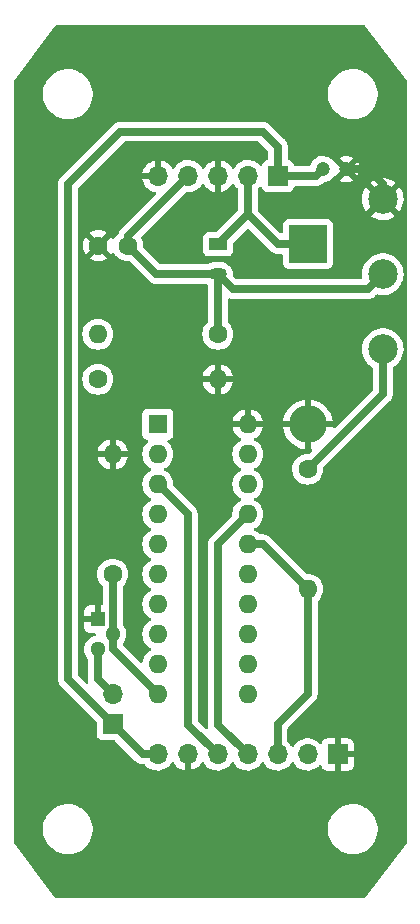
<source format=gbr>
%TF.GenerationSoftware,KiCad,Pcbnew,(6.0.9)*%
%TF.CreationDate,2024-07-08T19:13:13-04:00*%
%TF.ProjectId,PantryLED,50616e74-7279-44c4-9544-2e6b69636164,rev?*%
%TF.SameCoordinates,Original*%
%TF.FileFunction,Copper,L1,Top*%
%TF.FilePolarity,Positive*%
%FSLAX46Y46*%
G04 Gerber Fmt 4.6, Leading zero omitted, Abs format (unit mm)*
G04 Created by KiCad (PCBNEW (6.0.9)) date 2024-07-08 19:13:13*
%MOMM*%
%LPD*%
G01*
G04 APERTURE LIST*
%TA.AperFunction,ComponentPad*%
%ADD10R,1.700000X1.700000*%
%TD*%
%TA.AperFunction,ComponentPad*%
%ADD11O,1.700000X1.700000*%
%TD*%
%TA.AperFunction,ComponentPad*%
%ADD12R,3.200000X3.200000*%
%TD*%
%TA.AperFunction,ComponentPad*%
%ADD13O,3.200000X3.200000*%
%TD*%
%TA.AperFunction,SMDPad,CuDef*%
%ADD14C,2.500000*%
%TD*%
%TA.AperFunction,ComponentPad*%
%ADD15C,1.600000*%
%TD*%
%TA.AperFunction,ComponentPad*%
%ADD16O,1.600000X1.600000*%
%TD*%
%TA.AperFunction,ComponentPad*%
%ADD17R,1.300000X1.300000*%
%TD*%
%TA.AperFunction,ComponentPad*%
%ADD18C,1.300000*%
%TD*%
%TA.AperFunction,ComponentPad*%
%ADD19R,1.500000X1.050000*%
%TD*%
%TA.AperFunction,ComponentPad*%
%ADD20O,1.500000X1.050000*%
%TD*%
%TA.AperFunction,ComponentPad*%
%ADD21C,1.200000*%
%TD*%
%TA.AperFunction,ComponentPad*%
%ADD22R,1.600000X1.600000*%
%TD*%
%TA.AperFunction,Conductor*%
%ADD23C,0.643800*%
%TD*%
G04 APERTURE END LIST*
D10*
%TO.P,J1,1,Pin_1*%
%TO.N,GND*%
X152380000Y-106705000D03*
D11*
%TO.P,J1,2,Pin_2*%
%TO.N,+3.3V*%
X149840000Y-106705000D03*
%TO.P,J1,3,Pin_3*%
%TO.N,SBWTDIO*%
X147300000Y-106705000D03*
%TO.P,J1,4,Pin_4*%
%TO.N,SBWTCK*%
X144760000Y-106705000D03*
%TO.P,J1,5,Pin_5*%
%TO.N,Net-(U3-Pad3)*%
X142220000Y-106705000D03*
%TO.P,J1,6,Pin_6*%
%TO.N,GND*%
X139680000Y-106705000D03*
%TO.P,J1,7,Pin_7*%
%TO.N,+12V*%
X137140000Y-106705000D03*
%TD*%
D12*
%TO.P,D1,1,K*%
%TO.N,Net-(D1-Pad1)*%
X149860000Y-63500000D03*
D13*
%TO.P,D1,2,A*%
%TO.N,GND*%
X149860000Y-78740000D03*
%TD*%
D10*
%TO.P,D2,1,K*%
%TO.N,+12V*%
X133340000Y-104135000D03*
D11*
%TO.P,D2,2,A*%
%TO.N,Net-(D2-Pad2)*%
X133340000Y-101595000D03*
%TD*%
D10*
%TO.P,U1,1,VIN*%
%TO.N,+12V*%
X147340000Y-57740000D03*
D11*
%TO.P,U1,2,OUT*%
%TO.N,Net-(D1-Pad1)*%
X144800000Y-57740000D03*
%TO.P,U1,3,GND*%
%TO.N,GND*%
X142260000Y-57740000D03*
%TO.P,U1,4,FB*%
%TO.N,+5V*%
X139720000Y-57740000D03*
%TO.P,U1,5,~{ON}/OFF*%
%TO.N,GND*%
X137180000Y-57740000D03*
%TD*%
D14*
%TO.P,TP3,1,1*%
%TO.N,GND*%
X156210000Y-59690000D03*
%TD*%
%TO.P,TP2,1,1*%
%TO.N,+3.3V*%
X156210000Y-72390000D03*
%TD*%
D15*
%TO.P,R2,1*%
%TO.N,+3.3V*%
X149850000Y-82545000D03*
D16*
%TO.P,R2,2*%
%TO.N,SBWTDIO*%
X149850000Y-92705000D03*
%TD*%
D15*
%TO.P,R1,1*%
%TO.N,Net-(R1-Pad1)*%
X133340000Y-91435000D03*
D16*
%TO.P,R1,2*%
%TO.N,GND*%
X133340000Y-81275000D03*
%TD*%
D17*
%TO.P,U2,1,S*%
%TO.N,GND*%
X132070000Y-95245000D03*
D18*
%TO.P,U2,2,G*%
%TO.N,Net-(R1-Pad1)*%
X133340000Y-96515000D03*
%TO.P,U2,3,D*%
%TO.N,Net-(D2-Pad2)*%
X132070000Y-97785000D03*
%TD*%
D14*
%TO.P,TP1,1,1*%
%TO.N,+5V*%
X156210000Y-66040000D03*
%TD*%
D15*
%TO.P,C2,1*%
%TO.N,+5V*%
X134620000Y-63620000D03*
%TO.P,C2,2*%
%TO.N,GND*%
X132120000Y-63620000D03*
%TD*%
D19*
%TO.P,L1,1,1*%
%TO.N,Net-(D1-Pad1)*%
X142240000Y-63500000D03*
D20*
%TO.P,L1,2,2*%
%TO.N,+5V*%
X142240000Y-66040000D03*
%TD*%
D21*
%TO.P,C1,1*%
%TO.N,+12V*%
X151130000Y-57150000D03*
%TO.P,C1,2*%
%TO.N,GND*%
X153130000Y-57150000D03*
%TD*%
D15*
%TO.P,R3,1*%
%TO.N,+5V*%
X142240000Y-71120000D03*
D16*
%TO.P,R3,2*%
%TO.N,+3.3V*%
X132080000Y-71120000D03*
%TD*%
D15*
%TO.P,R4,1*%
%TO.N,+3.3V*%
X132080000Y-74930000D03*
D16*
%TO.P,R4,2*%
%TO.N,GND*%
X142240000Y-74930000D03*
%TD*%
D22*
%TO.P,U3,1,DVCC*%
%TO.N,+3.3V*%
X137160000Y-78740000D03*
D16*
%TO.P,U3,2,TA0CLK/ACLK/P1.0*%
%TO.N,unconnected-(U3-Pad2)*%
X137160000Y-81280000D03*
%TO.P,U3,3,TA0.0/P1.1*%
%TO.N,Net-(U3-Pad3)*%
X137160000Y-83820000D03*
%TO.P,U3,4,TA0.1/P1.2*%
%TO.N,unconnected-(U3-Pad4)*%
X137160000Y-86360000D03*
%TO.P,U3,5,P1.3*%
%TO.N,unconnected-(U3-Pad5)*%
X137160000Y-88900000D03*
%TO.P,U3,6,SMCLK/TCK/TA0.2/P1.4*%
%TO.N,unconnected-(U3-Pad6)*%
X137160000Y-91440000D03*
%TO.P,U3,7,TMS/TA0.0/P1.5*%
%TO.N,unconnected-(U3-Pad7)*%
X137160000Y-93980000D03*
%TO.P,U3,8,P2.0*%
%TO.N,unconnected-(U3-Pad8)*%
X137160000Y-96520000D03*
%TO.P,U3,9,P2.1*%
%TO.N,unconnected-(U3-Pad9)*%
X137160000Y-99060000D03*
%TO.P,U3,10,P2.2*%
%TO.N,Net-(R1-Pad1)*%
X137160000Y-101600000D03*
%TO.P,U3,11,P2.3*%
%TO.N,unconnected-(U3-Pad11)*%
X144780000Y-101600000D03*
%TO.P,U3,12,P2.4*%
%TO.N,unconnected-(U3-Pad12)*%
X144780000Y-99060000D03*
%TO.P,U3,13,P2.5*%
%TO.N,unconnected-(U3-Pad13)*%
X144780000Y-96520000D03*
%TO.P,U3,14,SDO/SCL/TDI/TCLK/TA0.1/P1.6*%
%TO.N,unconnected-(U3-Pad14)*%
X144780000Y-93980000D03*
%TO.P,U3,15,SDI/SDA/TDO/TDI/P1.7*%
%TO.N,unconnected-(U3-Pad15)*%
X144780000Y-91440000D03*
%TO.P,U3,16,~{RST}/NMI/SBWTDIO*%
%TO.N,SBWTDIO*%
X144780000Y-88900000D03*
%TO.P,U3,17,SBWTCK/TEST*%
%TO.N,SBWTCK*%
X144780000Y-86360000D03*
%TO.P,U3,18,P2.7/XOUT*%
%TO.N,unconnected-(U3-Pad18)*%
X144780000Y-83820000D03*
%TO.P,U3,19,P2.6/XIN/TA0.1*%
%TO.N,unconnected-(U3-Pad19)*%
X144780000Y-81280000D03*
%TO.P,U3,20,DVSS*%
%TO.N,GND*%
X144780000Y-78740000D03*
%TD*%
D23*
%TO.N,+12V*%
X129540000Y-58420000D02*
X129540000Y-100335000D01*
X150540000Y-57740000D02*
X151130000Y-57150000D01*
X135915000Y-106705000D02*
X137140000Y-106705000D01*
X146050000Y-53975000D02*
X133985000Y-53975000D01*
X129540000Y-100335000D02*
X133340000Y-104135000D01*
X133985000Y-53975000D02*
X129540000Y-58420000D01*
X133340000Y-104135000D02*
X135885000Y-106680000D01*
X147340000Y-57740000D02*
X147340000Y-55265000D01*
X135885000Y-106680000D02*
X135890000Y-106680000D01*
X135890000Y-106680000D02*
X135915000Y-106705000D01*
X147340000Y-57740000D02*
X150540000Y-57740000D01*
X147340000Y-55265000D02*
X146050000Y-53975000D01*
%TO.N,GND*%
X156210000Y-59690000D02*
X156210000Y-58420000D01*
X154940000Y-57150000D02*
X153130000Y-57150000D01*
X156210000Y-58420000D02*
X154940000Y-57150000D01*
%TO.N,+5V*%
X154940000Y-67310000D02*
X156210000Y-66040000D01*
X143510000Y-67310000D02*
X154940000Y-67310000D01*
X142240000Y-66040000D02*
X142240000Y-71120000D01*
X134620000Y-62840000D02*
X139720000Y-57740000D01*
X134620000Y-63620000D02*
X134620000Y-62840000D01*
X142240000Y-66040000D02*
X143510000Y-67310000D01*
X137040000Y-66040000D02*
X142240000Y-66040000D01*
X134620000Y-63620000D02*
X137040000Y-66040000D01*
%TO.N,Net-(D1-Pad1)*%
X147320000Y-63500000D02*
X149860000Y-63500000D01*
X144800000Y-60940000D02*
X144780000Y-60960000D01*
X142240000Y-63500000D02*
X144800000Y-60940000D01*
X144780000Y-60960000D02*
X147320000Y-63500000D01*
X144800000Y-60940000D02*
X144800000Y-57740000D01*
%TO.N,Net-(R1-Pad1)*%
X133340000Y-96515000D02*
X133340000Y-91435000D01*
X133340000Y-97785000D02*
X137155000Y-101600000D01*
X133340000Y-96515000D02*
X133340000Y-97785000D01*
X137155000Y-101600000D02*
X137160000Y-101600000D01*
%TO.N,+3.3V*%
X156210000Y-76185000D02*
X156210000Y-72390000D01*
X149850000Y-82545000D02*
X156210000Y-76185000D01*
%TO.N,SBWTDIO*%
X146045000Y-88900000D02*
X149850000Y-92705000D01*
X147300000Y-106705000D02*
X147300000Y-104145000D01*
X149850000Y-101595000D02*
X149850000Y-92705000D01*
X147300000Y-104145000D02*
X149850000Y-101595000D01*
X144780000Y-88900000D02*
X146045000Y-88900000D01*
%TO.N,SBWTCK*%
X142230000Y-104175000D02*
X144760000Y-106705000D01*
X142230000Y-88910000D02*
X142230000Y-104175000D01*
X142230000Y-88910000D02*
X144780000Y-86360000D01*
X144780000Y-106680000D02*
X144780000Y-106665000D01*
%TO.N,Net-(D2-Pad2)*%
X132070000Y-97785000D02*
X132070000Y-100325000D01*
X132070000Y-100325000D02*
X133340000Y-101595000D01*
%TO.N,Net-(U3-Pad3)*%
X139700000Y-86360000D02*
X139700000Y-104185000D01*
X139700000Y-104185000D02*
X142220000Y-106705000D01*
X137160000Y-83820000D02*
X139700000Y-86360000D01*
%TD*%
%TA.AperFunction,Conductor*%
%TO.N,GND*%
G36*
X154690871Y-44978502D02*
G01*
X154723550Y-45008900D01*
X158216300Y-49665899D01*
X158241171Y-49732397D01*
X158241500Y-49741499D01*
X158241500Y-114088500D01*
X158221498Y-114156621D01*
X158216300Y-114164100D01*
X154723550Y-118821100D01*
X154666676Y-118863595D01*
X154622750Y-118871500D01*
X128587250Y-118871500D01*
X128519129Y-118851498D01*
X128486450Y-118821100D01*
X124993700Y-114164101D01*
X124968829Y-114097603D01*
X124968500Y-114088501D01*
X124968500Y-113162703D01*
X127430743Y-113162703D01*
X127468268Y-113447734D01*
X127544129Y-113725036D01*
X127656923Y-113989476D01*
X127804561Y-114236161D01*
X127984313Y-114460528D01*
X128001397Y-114476740D01*
X128154224Y-114621767D01*
X128192851Y-114658423D01*
X128426317Y-114826186D01*
X128430112Y-114828195D01*
X128430113Y-114828196D01*
X128451869Y-114839715D01*
X128680392Y-114960712D01*
X128950373Y-115059511D01*
X129231264Y-115120755D01*
X129259841Y-115123004D01*
X129454282Y-115138307D01*
X129454291Y-115138307D01*
X129456739Y-115138500D01*
X129612271Y-115138500D01*
X129614407Y-115138354D01*
X129614418Y-115138354D01*
X129822548Y-115124165D01*
X129822554Y-115124164D01*
X129826825Y-115123873D01*
X129831020Y-115123004D01*
X129831022Y-115123004D01*
X129967584Y-115094723D01*
X130108342Y-115065574D01*
X130379343Y-114969607D01*
X130634812Y-114837750D01*
X130638313Y-114835289D01*
X130638317Y-114835287D01*
X130752418Y-114755095D01*
X130870023Y-114672441D01*
X131080622Y-114476740D01*
X131262713Y-114254268D01*
X131412927Y-114009142D01*
X131528483Y-113745898D01*
X131607244Y-113469406D01*
X131647751Y-113184784D01*
X131647845Y-113166951D01*
X131647867Y-113162703D01*
X151560743Y-113162703D01*
X151598268Y-113447734D01*
X151674129Y-113725036D01*
X151786923Y-113989476D01*
X151934561Y-114236161D01*
X152114313Y-114460528D01*
X152131397Y-114476740D01*
X152284224Y-114621767D01*
X152322851Y-114658423D01*
X152556317Y-114826186D01*
X152560112Y-114828195D01*
X152560113Y-114828196D01*
X152581869Y-114839715D01*
X152810392Y-114960712D01*
X153080373Y-115059511D01*
X153361264Y-115120755D01*
X153389841Y-115123004D01*
X153584282Y-115138307D01*
X153584291Y-115138307D01*
X153586739Y-115138500D01*
X153742271Y-115138500D01*
X153744407Y-115138354D01*
X153744418Y-115138354D01*
X153952548Y-115124165D01*
X153952554Y-115124164D01*
X153956825Y-115123873D01*
X153961020Y-115123004D01*
X153961022Y-115123004D01*
X154097584Y-115094723D01*
X154238342Y-115065574D01*
X154509343Y-114969607D01*
X154764812Y-114837750D01*
X154768313Y-114835289D01*
X154768317Y-114835287D01*
X154882418Y-114755095D01*
X155000023Y-114672441D01*
X155210622Y-114476740D01*
X155392713Y-114254268D01*
X155542927Y-114009142D01*
X155658483Y-113745898D01*
X155737244Y-113469406D01*
X155777751Y-113184784D01*
X155777845Y-113166951D01*
X155779235Y-112901583D01*
X155779235Y-112901576D01*
X155779257Y-112897297D01*
X155741732Y-112612266D01*
X155665871Y-112334964D01*
X155553077Y-112070524D01*
X155405439Y-111823839D01*
X155225687Y-111599472D01*
X155017149Y-111401577D01*
X154783683Y-111233814D01*
X154761843Y-111222250D01*
X154738654Y-111209972D01*
X154529608Y-111099288D01*
X154259627Y-111000489D01*
X153978736Y-110939245D01*
X153947685Y-110936801D01*
X153755718Y-110921693D01*
X153755709Y-110921693D01*
X153753261Y-110921500D01*
X153597729Y-110921500D01*
X153595593Y-110921646D01*
X153595582Y-110921646D01*
X153387452Y-110935835D01*
X153387446Y-110935836D01*
X153383175Y-110936127D01*
X153378980Y-110936996D01*
X153378978Y-110936996D01*
X153242417Y-110965276D01*
X153101658Y-110994426D01*
X152830657Y-111090393D01*
X152575188Y-111222250D01*
X152571687Y-111224711D01*
X152571683Y-111224713D01*
X152561594Y-111231804D01*
X152339977Y-111387559D01*
X152129378Y-111583260D01*
X151947287Y-111805732D01*
X151797073Y-112050858D01*
X151681517Y-112314102D01*
X151602756Y-112590594D01*
X151562249Y-112875216D01*
X151562227Y-112879505D01*
X151562226Y-112879512D01*
X151560765Y-113158417D01*
X151560743Y-113162703D01*
X131647867Y-113162703D01*
X131649235Y-112901583D01*
X131649235Y-112901576D01*
X131649257Y-112897297D01*
X131611732Y-112612266D01*
X131535871Y-112334964D01*
X131423077Y-112070524D01*
X131275439Y-111823839D01*
X131095687Y-111599472D01*
X130887149Y-111401577D01*
X130653683Y-111233814D01*
X130631843Y-111222250D01*
X130608654Y-111209972D01*
X130399608Y-111099288D01*
X130129627Y-111000489D01*
X129848736Y-110939245D01*
X129817685Y-110936801D01*
X129625718Y-110921693D01*
X129625709Y-110921693D01*
X129623261Y-110921500D01*
X129467729Y-110921500D01*
X129465593Y-110921646D01*
X129465582Y-110921646D01*
X129257452Y-110935835D01*
X129257446Y-110935836D01*
X129253175Y-110936127D01*
X129248980Y-110936996D01*
X129248978Y-110936996D01*
X129112417Y-110965276D01*
X128971658Y-110994426D01*
X128700657Y-111090393D01*
X128445188Y-111222250D01*
X128441687Y-111224711D01*
X128441683Y-111224713D01*
X128431594Y-111231804D01*
X128209977Y-111387559D01*
X127999378Y-111583260D01*
X127817287Y-111805732D01*
X127667073Y-112050858D01*
X127551517Y-112314102D01*
X127472756Y-112590594D01*
X127432249Y-112875216D01*
X127432227Y-112879505D01*
X127432226Y-112879512D01*
X127430765Y-113158417D01*
X127430743Y-113162703D01*
X124968500Y-113162703D01*
X124968500Y-100355409D01*
X128704952Y-100355409D01*
X128714414Y-100426314D01*
X128715340Y-100433255D01*
X128715708Y-100436294D01*
X128724189Y-100514368D01*
X128726367Y-100520840D01*
X128726910Y-100523310D01*
X128727006Y-100523853D01*
X128727153Y-100524487D01*
X128727306Y-100525012D01*
X128727912Y-100527478D01*
X128728815Y-100534246D01*
X128731150Y-100540662D01*
X128731151Y-100540665D01*
X128755666Y-100608020D01*
X128756684Y-100610925D01*
X128781736Y-100685367D01*
X128785252Y-100691219D01*
X128786317Y-100693523D01*
X128786524Y-100694026D01*
X128786814Y-100694634D01*
X128787077Y-100695116D01*
X128788191Y-100697380D01*
X128790523Y-100703788D01*
X128832621Y-100770125D01*
X128834196Y-100772676D01*
X128874661Y-100840020D01*
X128879353Y-100844981D01*
X128880885Y-100847000D01*
X128881510Y-100847900D01*
X128884425Y-100851754D01*
X128887198Y-100856124D01*
X128890888Y-100860251D01*
X128943055Y-100912418D01*
X128945509Y-100914940D01*
X128989171Y-100961111D01*
X128998627Y-100971111D01*
X129004269Y-100974945D01*
X129009239Y-100979175D01*
X129016671Y-100986034D01*
X131944595Y-103913958D01*
X131978621Y-103976270D01*
X131981500Y-104003053D01*
X131981500Y-105033134D01*
X131988255Y-105095316D01*
X132039385Y-105231705D01*
X132126739Y-105348261D01*
X132243295Y-105435615D01*
X132379684Y-105486745D01*
X132441866Y-105493500D01*
X133471947Y-105493500D01*
X133540068Y-105513502D01*
X133561042Y-105530405D01*
X135269372Y-107238735D01*
X135276515Y-107246502D01*
X135308963Y-107284899D01*
X135314385Y-107289044D01*
X135327971Y-107299431D01*
X135335685Y-107306020D01*
X135338963Y-107309899D01*
X135344382Y-107314042D01*
X135344385Y-107314045D01*
X135401392Y-107357630D01*
X135403797Y-107359515D01*
X135464967Y-107408698D01*
X135471081Y-107411733D01*
X135473205Y-107413091D01*
X135473659Y-107413409D01*
X135474217Y-107413757D01*
X135474706Y-107414025D01*
X135476869Y-107415335D01*
X135482294Y-107419483D01*
X135488483Y-107422369D01*
X135553461Y-107452669D01*
X135556235Y-107454004D01*
X135620462Y-107485887D01*
X135620466Y-107485888D01*
X135626573Y-107488920D01*
X135633195Y-107490571D01*
X135635568Y-107491444D01*
X135636067Y-107491652D01*
X135636705Y-107491878D01*
X135637226Y-107492031D01*
X135639624Y-107492848D01*
X135645812Y-107495733D01*
X135652470Y-107497221D01*
X135652481Y-107497225D01*
X135722456Y-107512866D01*
X135725452Y-107513574D01*
X135795015Y-107530918D01*
X135801637Y-107532569D01*
X135808455Y-107532759D01*
X135810972Y-107533104D01*
X135812047Y-107533297D01*
X135816841Y-107533962D01*
X135821890Y-107535091D01*
X135827417Y-107535400D01*
X135901219Y-107535400D01*
X135904737Y-107535449D01*
X135981990Y-107537607D01*
X135988695Y-107536328D01*
X135994312Y-107535876D01*
X136063818Y-107550349D01*
X136099656Y-107578972D01*
X136182865Y-107675031D01*
X136182869Y-107675035D01*
X136186250Y-107678938D01*
X136358126Y-107821632D01*
X136551000Y-107934338D01*
X136759692Y-108014030D01*
X136764760Y-108015061D01*
X136764763Y-108015062D01*
X136859862Y-108034410D01*
X136978597Y-108058567D01*
X136983772Y-108058757D01*
X136983774Y-108058757D01*
X137196673Y-108066564D01*
X137196677Y-108066564D01*
X137201837Y-108066753D01*
X137206957Y-108066097D01*
X137206959Y-108066097D01*
X137418288Y-108039025D01*
X137418289Y-108039025D01*
X137423416Y-108038368D01*
X137428366Y-108036883D01*
X137632429Y-107975661D01*
X137632434Y-107975659D01*
X137637384Y-107974174D01*
X137837994Y-107875896D01*
X138019860Y-107746173D01*
X138178096Y-107588489D01*
X138214796Y-107537416D01*
X138308453Y-107407077D01*
X138309640Y-107407930D01*
X138356960Y-107364362D01*
X138426897Y-107352145D01*
X138492338Y-107379678D01*
X138520166Y-107411511D01*
X138577694Y-107505388D01*
X138583777Y-107513699D01*
X138723213Y-107674667D01*
X138730580Y-107681883D01*
X138894434Y-107817916D01*
X138902881Y-107823831D01*
X139086756Y-107931279D01*
X139096042Y-107935729D01*
X139295001Y-108011703D01*
X139304899Y-108014579D01*
X139408250Y-108035606D01*
X139422299Y-108034410D01*
X139426000Y-108024065D01*
X139426000Y-106577000D01*
X139446002Y-106508879D01*
X139499658Y-106462386D01*
X139552000Y-106451000D01*
X139808000Y-106451000D01*
X139876121Y-106471002D01*
X139922614Y-106524658D01*
X139934000Y-106577000D01*
X139934000Y-108023517D01*
X139938064Y-108037359D01*
X139951478Y-108039393D01*
X139958184Y-108038534D01*
X139968262Y-108036392D01*
X140172255Y-107975191D01*
X140181842Y-107971433D01*
X140373095Y-107877739D01*
X140381945Y-107872464D01*
X140555328Y-107748792D01*
X140563200Y-107742139D01*
X140714052Y-107591812D01*
X140720730Y-107583965D01*
X140848022Y-107406819D01*
X140849279Y-107407722D01*
X140896373Y-107364362D01*
X140966311Y-107352145D01*
X141031751Y-107379678D01*
X141059579Y-107411511D01*
X141119987Y-107510088D01*
X141266250Y-107678938D01*
X141438126Y-107821632D01*
X141631000Y-107934338D01*
X141839692Y-108014030D01*
X141844760Y-108015061D01*
X141844763Y-108015062D01*
X141939862Y-108034410D01*
X142058597Y-108058567D01*
X142063772Y-108058757D01*
X142063774Y-108058757D01*
X142276673Y-108066564D01*
X142276677Y-108066564D01*
X142281837Y-108066753D01*
X142286957Y-108066097D01*
X142286959Y-108066097D01*
X142498288Y-108039025D01*
X142498289Y-108039025D01*
X142503416Y-108038368D01*
X142508366Y-108036883D01*
X142712429Y-107975661D01*
X142712434Y-107975659D01*
X142717384Y-107974174D01*
X142917994Y-107875896D01*
X143099860Y-107746173D01*
X143258096Y-107588489D01*
X143294796Y-107537416D01*
X143388453Y-107407077D01*
X143389776Y-107408028D01*
X143436645Y-107364857D01*
X143506580Y-107352625D01*
X143572026Y-107380144D01*
X143599875Y-107411994D01*
X143659987Y-107510088D01*
X143806250Y-107678938D01*
X143978126Y-107821632D01*
X144171000Y-107934338D01*
X144379692Y-108014030D01*
X144384760Y-108015061D01*
X144384763Y-108015062D01*
X144479862Y-108034410D01*
X144598597Y-108058567D01*
X144603772Y-108058757D01*
X144603774Y-108058757D01*
X144816673Y-108066564D01*
X144816677Y-108066564D01*
X144821837Y-108066753D01*
X144826957Y-108066097D01*
X144826959Y-108066097D01*
X145038288Y-108039025D01*
X145038289Y-108039025D01*
X145043416Y-108038368D01*
X145048366Y-108036883D01*
X145252429Y-107975661D01*
X145252434Y-107975659D01*
X145257384Y-107974174D01*
X145457994Y-107875896D01*
X145639860Y-107746173D01*
X145798096Y-107588489D01*
X145834796Y-107537416D01*
X145928453Y-107407077D01*
X145929776Y-107408028D01*
X145976645Y-107364857D01*
X146046580Y-107352625D01*
X146112026Y-107380144D01*
X146139875Y-107411994D01*
X146199987Y-107510088D01*
X146346250Y-107678938D01*
X146518126Y-107821632D01*
X146711000Y-107934338D01*
X146919692Y-108014030D01*
X146924760Y-108015061D01*
X146924763Y-108015062D01*
X147019862Y-108034410D01*
X147138597Y-108058567D01*
X147143772Y-108058757D01*
X147143774Y-108058757D01*
X147356673Y-108066564D01*
X147356677Y-108066564D01*
X147361837Y-108066753D01*
X147366957Y-108066097D01*
X147366959Y-108066097D01*
X147578288Y-108039025D01*
X147578289Y-108039025D01*
X147583416Y-108038368D01*
X147588366Y-108036883D01*
X147792429Y-107975661D01*
X147792434Y-107975659D01*
X147797384Y-107974174D01*
X147997994Y-107875896D01*
X148179860Y-107746173D01*
X148338096Y-107588489D01*
X148374796Y-107537416D01*
X148468453Y-107407077D01*
X148469776Y-107408028D01*
X148516645Y-107364857D01*
X148586580Y-107352625D01*
X148652026Y-107380144D01*
X148679875Y-107411994D01*
X148739987Y-107510088D01*
X148886250Y-107678938D01*
X149058126Y-107821632D01*
X149251000Y-107934338D01*
X149459692Y-108014030D01*
X149464760Y-108015061D01*
X149464763Y-108015062D01*
X149559862Y-108034410D01*
X149678597Y-108058567D01*
X149683772Y-108058757D01*
X149683774Y-108058757D01*
X149896673Y-108066564D01*
X149896677Y-108066564D01*
X149901837Y-108066753D01*
X149906957Y-108066097D01*
X149906959Y-108066097D01*
X150118288Y-108039025D01*
X150118289Y-108039025D01*
X150123416Y-108038368D01*
X150128366Y-108036883D01*
X150332429Y-107975661D01*
X150332434Y-107975659D01*
X150337384Y-107974174D01*
X150537994Y-107875896D01*
X150719860Y-107746173D01*
X150787331Y-107678938D01*
X150828479Y-107637933D01*
X150890851Y-107604017D01*
X150961658Y-107609205D01*
X151018419Y-107651851D01*
X151035401Y-107682954D01*
X151076676Y-107793054D01*
X151085214Y-107808649D01*
X151161715Y-107910724D01*
X151174276Y-107923285D01*
X151276351Y-107999786D01*
X151291946Y-108008324D01*
X151412394Y-108053478D01*
X151427649Y-108057105D01*
X151478514Y-108062631D01*
X151485328Y-108063000D01*
X152107885Y-108063000D01*
X152123124Y-108058525D01*
X152124329Y-108057135D01*
X152126000Y-108049452D01*
X152126000Y-108044884D01*
X152634000Y-108044884D01*
X152638475Y-108060123D01*
X152639865Y-108061328D01*
X152647548Y-108062999D01*
X153274669Y-108062999D01*
X153281490Y-108062629D01*
X153332352Y-108057105D01*
X153347604Y-108053479D01*
X153468054Y-108008324D01*
X153483649Y-107999786D01*
X153585724Y-107923285D01*
X153598285Y-107910724D01*
X153674786Y-107808649D01*
X153683324Y-107793054D01*
X153728478Y-107672606D01*
X153732105Y-107657351D01*
X153737631Y-107606486D01*
X153738000Y-107599672D01*
X153738000Y-106977115D01*
X153733525Y-106961876D01*
X153732135Y-106960671D01*
X153724452Y-106959000D01*
X152652115Y-106959000D01*
X152636876Y-106963475D01*
X152635671Y-106964865D01*
X152634000Y-106972548D01*
X152634000Y-108044884D01*
X152126000Y-108044884D01*
X152126000Y-106432885D01*
X152634000Y-106432885D01*
X152638475Y-106448124D01*
X152639865Y-106449329D01*
X152647548Y-106451000D01*
X153719884Y-106451000D01*
X153735123Y-106446525D01*
X153736328Y-106445135D01*
X153737999Y-106437452D01*
X153737999Y-105810331D01*
X153737629Y-105803510D01*
X153732105Y-105752648D01*
X153728479Y-105737396D01*
X153683324Y-105616946D01*
X153674786Y-105601351D01*
X153598285Y-105499276D01*
X153585724Y-105486715D01*
X153483649Y-105410214D01*
X153468054Y-105401676D01*
X153347606Y-105356522D01*
X153332351Y-105352895D01*
X153281486Y-105347369D01*
X153274672Y-105347000D01*
X152652115Y-105347000D01*
X152636876Y-105351475D01*
X152635671Y-105352865D01*
X152634000Y-105360548D01*
X152634000Y-106432885D01*
X152126000Y-106432885D01*
X152126000Y-105365116D01*
X152121525Y-105349877D01*
X152120135Y-105348672D01*
X152112452Y-105347001D01*
X151485331Y-105347001D01*
X151478510Y-105347371D01*
X151427648Y-105352895D01*
X151412396Y-105356521D01*
X151291946Y-105401676D01*
X151276351Y-105410214D01*
X151174276Y-105486715D01*
X151161715Y-105499276D01*
X151085214Y-105601351D01*
X151076676Y-105616946D01*
X151035297Y-105727322D01*
X150992655Y-105784087D01*
X150926093Y-105808786D01*
X150856744Y-105793578D01*
X150824121Y-105767891D01*
X150773151Y-105711876D01*
X150773145Y-105711870D01*
X150769670Y-105708051D01*
X150765616Y-105704849D01*
X150765615Y-105704848D01*
X150598414Y-105572800D01*
X150598410Y-105572798D01*
X150594359Y-105569598D01*
X150558028Y-105549542D01*
X150456507Y-105493500D01*
X150398789Y-105461638D01*
X150393920Y-105459914D01*
X150393916Y-105459912D01*
X150193087Y-105388795D01*
X150193083Y-105388794D01*
X150188212Y-105387069D01*
X150183119Y-105386162D01*
X150183116Y-105386161D01*
X149973373Y-105348800D01*
X149973367Y-105348799D01*
X149968284Y-105347894D01*
X149894452Y-105346992D01*
X149750081Y-105345228D01*
X149750079Y-105345228D01*
X149744911Y-105345165D01*
X149524091Y-105378955D01*
X149311756Y-105448357D01*
X149281443Y-105464137D01*
X149154144Y-105530405D01*
X149113607Y-105551507D01*
X149109474Y-105554610D01*
X149109471Y-105554612D01*
X148939100Y-105682530D01*
X148934965Y-105685635D01*
X148780629Y-105847138D01*
X148673201Y-106004621D01*
X148618293Y-106049621D01*
X148547768Y-106057792D01*
X148484021Y-106026538D01*
X148463324Y-106002054D01*
X148382822Y-105877617D01*
X148382820Y-105877614D01*
X148380014Y-105873277D01*
X148229670Y-105708051D01*
X148178307Y-105667487D01*
X148137245Y-105609571D01*
X148130400Y-105568606D01*
X148130400Y-104541153D01*
X148150402Y-104473032D01*
X148167305Y-104452058D01*
X150408735Y-102210628D01*
X150416502Y-102203485D01*
X150449685Y-102175443D01*
X150454899Y-102171037D01*
X150502602Y-102108644D01*
X150504493Y-102106232D01*
X150553698Y-102045033D01*
X150556734Y-102038919D01*
X150558100Y-102036782D01*
X150558414Y-102036334D01*
X150558761Y-102035776D01*
X150559018Y-102035309D01*
X150560342Y-102033123D01*
X150564483Y-102027706D01*
X150567364Y-102021527D01*
X150567368Y-102021521D01*
X150597673Y-101956532D01*
X150599007Y-101953759D01*
X150630887Y-101889537D01*
X150633921Y-101883426D01*
X150635573Y-101876803D01*
X150636452Y-101874413D01*
X150636660Y-101873914D01*
X150636879Y-101873296D01*
X150637032Y-101872776D01*
X150637852Y-101870368D01*
X150640733Y-101864188D01*
X150650028Y-101822607D01*
X150657862Y-101787561D01*
X150658569Y-101784567D01*
X150677569Y-101708362D01*
X150677759Y-101701540D01*
X150678103Y-101699031D01*
X150678297Y-101697957D01*
X150678963Y-101693154D01*
X150680091Y-101688110D01*
X150680400Y-101682583D01*
X150680400Y-101608781D01*
X150680449Y-101605263D01*
X150681666Y-101561695D01*
X150682607Y-101528010D01*
X150681328Y-101521306D01*
X150680806Y-101514816D01*
X150680400Y-101504710D01*
X150680400Y-93777288D01*
X150700402Y-93709167D01*
X150717305Y-93688193D01*
X150856198Y-93549300D01*
X150872671Y-93525775D01*
X150984366Y-93366257D01*
X150987523Y-93361749D01*
X150989846Y-93356767D01*
X150989849Y-93356762D01*
X151081961Y-93159225D01*
X151081961Y-93159224D01*
X151084284Y-93154243D01*
X151132634Y-92973802D01*
X151142119Y-92938402D01*
X151142119Y-92938400D01*
X151143543Y-92933087D01*
X151163498Y-92705000D01*
X151143543Y-92476913D01*
X151136581Y-92450931D01*
X151085707Y-92261067D01*
X151085706Y-92261065D01*
X151084284Y-92255757D01*
X151010138Y-92096749D01*
X150989849Y-92053238D01*
X150989846Y-92053233D01*
X150987523Y-92048251D01*
X150876184Y-91889243D01*
X150859357Y-91865211D01*
X150859355Y-91865208D01*
X150856198Y-91860700D01*
X150694300Y-91698802D01*
X150689792Y-91695645D01*
X150689789Y-91695643D01*
X150611611Y-91640902D01*
X150506749Y-91567477D01*
X150501767Y-91565154D01*
X150501762Y-91565151D01*
X150304225Y-91473039D01*
X150304224Y-91473039D01*
X150299243Y-91470716D01*
X150293935Y-91469294D01*
X150293933Y-91469293D01*
X150083402Y-91412881D01*
X150083400Y-91412881D01*
X150078087Y-91411457D01*
X149850000Y-91391502D01*
X149844525Y-91391981D01*
X149844515Y-91391981D01*
X149780589Y-91397574D01*
X149710984Y-91383586D01*
X149680512Y-91361149D01*
X146660628Y-88341265D01*
X146653485Y-88333498D01*
X146625443Y-88300315D01*
X146621037Y-88295101D01*
X146558644Y-88247398D01*
X146556232Y-88245507D01*
X146495033Y-88196302D01*
X146488912Y-88193264D01*
X146486798Y-88191912D01*
X146486339Y-88191591D01*
X146485775Y-88191239D01*
X146485294Y-88190975D01*
X146483131Y-88189665D01*
X146477706Y-88185517D01*
X146406537Y-88152330D01*
X146403765Y-88150996D01*
X146339538Y-88119113D01*
X146339534Y-88119112D01*
X146333427Y-88116080D01*
X146326805Y-88114429D01*
X146324432Y-88113556D01*
X146323933Y-88113348D01*
X146323295Y-88113122D01*
X146322774Y-88112969D01*
X146320376Y-88112152D01*
X146314188Y-88109267D01*
X146307530Y-88107779D01*
X146307519Y-88107775D01*
X146237544Y-88092134D01*
X146234548Y-88091426D01*
X146164985Y-88074082D01*
X146164984Y-88074082D01*
X146158363Y-88072431D01*
X146151545Y-88072241D01*
X146149028Y-88071896D01*
X146147953Y-88071703D01*
X146143159Y-88071038D01*
X146138110Y-88069909D01*
X146132583Y-88069600D01*
X146058781Y-88069600D01*
X146055263Y-88069551D01*
X146054783Y-88069538D01*
X145978010Y-88067393D01*
X145971306Y-88068672D01*
X145964816Y-88069194D01*
X145954710Y-88069600D01*
X145852288Y-88069600D01*
X145784167Y-88049598D01*
X145763193Y-88032695D01*
X145624300Y-87893802D01*
X145619792Y-87890645D01*
X145619789Y-87890643D01*
X145541611Y-87835902D01*
X145436749Y-87762477D01*
X145431767Y-87760154D01*
X145431762Y-87760151D01*
X145397543Y-87744195D01*
X145344258Y-87697278D01*
X145324797Y-87629001D01*
X145345339Y-87561041D01*
X145397543Y-87515805D01*
X145431762Y-87499849D01*
X145431767Y-87499846D01*
X145436749Y-87497523D01*
X145541611Y-87424098D01*
X145619789Y-87369357D01*
X145619792Y-87369355D01*
X145624300Y-87366198D01*
X145786198Y-87204300D01*
X145917523Y-87016749D01*
X145919846Y-87011767D01*
X145919849Y-87011762D01*
X146011961Y-86814225D01*
X146011961Y-86814224D01*
X146014284Y-86809243D01*
X146073543Y-86588087D01*
X146093498Y-86360000D01*
X146073543Y-86131913D01*
X146040778Y-86009633D01*
X146015707Y-85916067D01*
X146015706Y-85916065D01*
X146014284Y-85910757D01*
X146011961Y-85905775D01*
X145919849Y-85708238D01*
X145919846Y-85708233D01*
X145917523Y-85703251D01*
X145786198Y-85515700D01*
X145624300Y-85353802D01*
X145619792Y-85350645D01*
X145619789Y-85350643D01*
X145541611Y-85295902D01*
X145436749Y-85222477D01*
X145431767Y-85220154D01*
X145431762Y-85220151D01*
X145397543Y-85204195D01*
X145344258Y-85157278D01*
X145324797Y-85089001D01*
X145345339Y-85021041D01*
X145397543Y-84975805D01*
X145431762Y-84959849D01*
X145431767Y-84959846D01*
X145436749Y-84957523D01*
X145541611Y-84884098D01*
X145619789Y-84829357D01*
X145619792Y-84829355D01*
X145624300Y-84826198D01*
X145786198Y-84664300D01*
X145917523Y-84476749D01*
X145919846Y-84471767D01*
X145919849Y-84471762D01*
X146011961Y-84274225D01*
X146011961Y-84274224D01*
X146014284Y-84269243D01*
X146073543Y-84048087D01*
X146093498Y-83820000D01*
X146073543Y-83591913D01*
X146063480Y-83554357D01*
X146015707Y-83376067D01*
X146015706Y-83376065D01*
X146014284Y-83370757D01*
X145935475Y-83201749D01*
X145919849Y-83168238D01*
X145919846Y-83168233D01*
X145917523Y-83163251D01*
X145844098Y-83058389D01*
X145789357Y-82980211D01*
X145789355Y-82980208D01*
X145786198Y-82975700D01*
X145624300Y-82813802D01*
X145619792Y-82810645D01*
X145619789Y-82810643D01*
X145541611Y-82755902D01*
X145436749Y-82682477D01*
X145431767Y-82680154D01*
X145431762Y-82680151D01*
X145397543Y-82664195D01*
X145344258Y-82617278D01*
X145324797Y-82549001D01*
X145326006Y-82545000D01*
X148536502Y-82545000D01*
X148556457Y-82773087D01*
X148557881Y-82778400D01*
X148557881Y-82778402D01*
X148567367Y-82813802D01*
X148615716Y-82994243D01*
X148618039Y-82999224D01*
X148618039Y-82999225D01*
X148710151Y-83196762D01*
X148710154Y-83196767D01*
X148712477Y-83201749D01*
X148715634Y-83206257D01*
X148827330Y-83365775D01*
X148843802Y-83389300D01*
X149005700Y-83551198D01*
X149010208Y-83554355D01*
X149010211Y-83554357D01*
X149056256Y-83586598D01*
X149193251Y-83682523D01*
X149198233Y-83684846D01*
X149198238Y-83684849D01*
X149395775Y-83776961D01*
X149400757Y-83779284D01*
X149406065Y-83780706D01*
X149406067Y-83780707D01*
X149616598Y-83837119D01*
X149616600Y-83837119D01*
X149621913Y-83838543D01*
X149850000Y-83858498D01*
X150078087Y-83838543D01*
X150083400Y-83837119D01*
X150083402Y-83837119D01*
X150293933Y-83780707D01*
X150293935Y-83780706D01*
X150299243Y-83779284D01*
X150304225Y-83776961D01*
X150501762Y-83684849D01*
X150501767Y-83684846D01*
X150506749Y-83682523D01*
X150643744Y-83586598D01*
X150689789Y-83554357D01*
X150689792Y-83554355D01*
X150694300Y-83551198D01*
X150856198Y-83389300D01*
X150872671Y-83365775D01*
X150984366Y-83206257D01*
X150987523Y-83201749D01*
X150989846Y-83196767D01*
X150989849Y-83196762D01*
X151081961Y-82999225D01*
X151081961Y-82999224D01*
X151084284Y-82994243D01*
X151132634Y-82813802D01*
X151142119Y-82778402D01*
X151142119Y-82778400D01*
X151143543Y-82773087D01*
X151163498Y-82545000D01*
X151163019Y-82539525D01*
X151163019Y-82539515D01*
X151157426Y-82475589D01*
X151171414Y-82405984D01*
X151193851Y-82375512D01*
X156768735Y-76800628D01*
X156776502Y-76793485D01*
X156809685Y-76765443D01*
X156814899Y-76761037D01*
X156862602Y-76698644D01*
X156864493Y-76696232D01*
X156900492Y-76651458D01*
X156913698Y-76635033D01*
X156916736Y-76628912D01*
X156918088Y-76626798D01*
X156918409Y-76626339D01*
X156918761Y-76625775D01*
X156919025Y-76625294D01*
X156920335Y-76623131D01*
X156924483Y-76617706D01*
X156957670Y-76546537D01*
X156959004Y-76543765D01*
X156990887Y-76479538D01*
X156990888Y-76479534D01*
X156993920Y-76473427D01*
X156995571Y-76466805D01*
X156996444Y-76464432D01*
X156996652Y-76463933D01*
X156996878Y-76463295D01*
X156997031Y-76462774D01*
X156997848Y-76460376D01*
X157000733Y-76454188D01*
X157002221Y-76447530D01*
X157002225Y-76447519D01*
X157017866Y-76377544D01*
X157018574Y-76374548D01*
X157035918Y-76304985D01*
X157035918Y-76304984D01*
X157037569Y-76298363D01*
X157037759Y-76291545D01*
X157038104Y-76289028D01*
X157038297Y-76287953D01*
X157038962Y-76283159D01*
X157040091Y-76278110D01*
X157040400Y-76272583D01*
X157040400Y-76198781D01*
X157040449Y-76195263D01*
X157040462Y-76194783D01*
X157042607Y-76118010D01*
X157041328Y-76111306D01*
X157040806Y-76104816D01*
X157040400Y-76094710D01*
X157040400Y-74014398D01*
X157060402Y-73946277D01*
X157100093Y-73907257D01*
X157246519Y-73816646D01*
X157446005Y-73647768D01*
X157537729Y-73543177D01*
X157615257Y-73454774D01*
X157615261Y-73454769D01*
X157618339Y-73451259D01*
X157759733Y-73231437D01*
X157867083Y-72993129D01*
X157938030Y-72741572D01*
X157954832Y-72609496D01*
X157970616Y-72485421D01*
X157970616Y-72485417D01*
X157971014Y-72482291D01*
X157973431Y-72390000D01*
X157954061Y-72129348D01*
X157952467Y-72122301D01*
X157897408Y-71878980D01*
X157896377Y-71874423D01*
X157801647Y-71630823D01*
X157671951Y-71403902D01*
X157510138Y-71198643D01*
X157319763Y-71019557D01*
X157167437Y-70913884D01*
X157108851Y-70873241D01*
X157108848Y-70873239D01*
X157105009Y-70870576D01*
X157100816Y-70868508D01*
X156874781Y-70757040D01*
X156874778Y-70757039D01*
X156870593Y-70754975D01*
X156824449Y-70740204D01*
X156626123Y-70676720D01*
X156621665Y-70675293D01*
X156363693Y-70633279D01*
X156249942Y-70631790D01*
X156107022Y-70629919D01*
X156107019Y-70629919D01*
X156102345Y-70629858D01*
X155843362Y-70665104D01*
X155838876Y-70666412D01*
X155838874Y-70666412D01*
X155803509Y-70676720D01*
X155592433Y-70738243D01*
X155588180Y-70740203D01*
X155588179Y-70740204D01*
X155551659Y-70757040D01*
X155355072Y-70847668D01*
X155316067Y-70873241D01*
X155140404Y-70988410D01*
X155140399Y-70988414D01*
X155136491Y-70990976D01*
X154941494Y-71165018D01*
X154774363Y-71365970D01*
X154638771Y-71589419D01*
X154537697Y-71830455D01*
X154473359Y-72083783D01*
X154447173Y-72343839D01*
X154447397Y-72348505D01*
X154447397Y-72348511D01*
X154453443Y-72474373D01*
X154459713Y-72604908D01*
X154510704Y-72861256D01*
X154599026Y-73107252D01*
X154601242Y-73111376D01*
X154665753Y-73231437D01*
X154722737Y-73337491D01*
X154725532Y-73341234D01*
X154725534Y-73341237D01*
X154876330Y-73543177D01*
X154876335Y-73543183D01*
X154879122Y-73546915D01*
X154882431Y-73550195D01*
X154882436Y-73550201D01*
X155032046Y-73698510D01*
X155064743Y-73730923D01*
X155068505Y-73733681D01*
X155068508Y-73733684D01*
X155271750Y-73882707D01*
X155275524Y-73885474D01*
X155312268Y-73904806D01*
X155363240Y-73954223D01*
X155379600Y-74016313D01*
X155379600Y-75788847D01*
X155359598Y-75856968D01*
X155342695Y-75877942D01*
X152161364Y-79059273D01*
X152099052Y-79093299D01*
X152028237Y-79088234D01*
X151971401Y-79045687D01*
X151949816Y-78997298D01*
X151937354Y-78994000D01*
X150132115Y-78994000D01*
X150116876Y-78998475D01*
X150115671Y-78999865D01*
X150114000Y-79007548D01*
X150114000Y-80814560D01*
X150118475Y-80829799D01*
X150122199Y-80833026D01*
X150174229Y-80857494D01*
X150211943Y-80917646D01*
X150211149Y-80988638D01*
X150179752Y-81040885D01*
X150019488Y-81201149D01*
X149957176Y-81235175D01*
X149919411Y-81237574D01*
X149855485Y-81231981D01*
X149855475Y-81231981D01*
X149850000Y-81231502D01*
X149621913Y-81251457D01*
X149616600Y-81252881D01*
X149616598Y-81252881D01*
X149406067Y-81309293D01*
X149406065Y-81309294D01*
X149400757Y-81310716D01*
X149395776Y-81313039D01*
X149395775Y-81313039D01*
X149198238Y-81405151D01*
X149198233Y-81405154D01*
X149193251Y-81407477D01*
X149088389Y-81480902D01*
X149010211Y-81535643D01*
X149010208Y-81535645D01*
X149005700Y-81538802D01*
X148843802Y-81700700D01*
X148840645Y-81705208D01*
X148840643Y-81705211D01*
X148827534Y-81723933D01*
X148712477Y-81888251D01*
X148710154Y-81893233D01*
X148710151Y-81893238D01*
X148690208Y-81936007D01*
X148615716Y-82095757D01*
X148614294Y-82101065D01*
X148614293Y-82101067D01*
X148557881Y-82311598D01*
X148556457Y-82316913D01*
X148536502Y-82545000D01*
X145326006Y-82545000D01*
X145345339Y-82481041D01*
X145397543Y-82435805D01*
X145431762Y-82419849D01*
X145431767Y-82419846D01*
X145436749Y-82417523D01*
X145541611Y-82344098D01*
X145619789Y-82289357D01*
X145619792Y-82289355D01*
X145624300Y-82286198D01*
X145786198Y-82124300D01*
X145917523Y-81936749D01*
X145919846Y-81931767D01*
X145919849Y-81931762D01*
X146011961Y-81734225D01*
X146011961Y-81734224D01*
X146014284Y-81729243D01*
X146020724Y-81705211D01*
X146072119Y-81513402D01*
X146072119Y-81513400D01*
X146073543Y-81508087D01*
X146093498Y-81280000D01*
X146073543Y-81051913D01*
X146061630Y-81007452D01*
X146015707Y-80836067D01*
X146015706Y-80836065D01*
X146014284Y-80830757D01*
X146009710Y-80820947D01*
X145919849Y-80628238D01*
X145919846Y-80628233D01*
X145917523Y-80623251D01*
X145786198Y-80435700D01*
X145624300Y-80273802D01*
X145619792Y-80270645D01*
X145619789Y-80270643D01*
X145541611Y-80215902D01*
X145436749Y-80142477D01*
X145431767Y-80140154D01*
X145431762Y-80140151D01*
X145396951Y-80123919D01*
X145343666Y-80077002D01*
X145324205Y-80008725D01*
X145344747Y-79940765D01*
X145396951Y-79895529D01*
X145431511Y-79879414D01*
X145441007Y-79873931D01*
X145619467Y-79748972D01*
X145627875Y-79741916D01*
X145781916Y-79587875D01*
X145788972Y-79579467D01*
X145913931Y-79401007D01*
X145919414Y-79391511D01*
X146011490Y-79194053D01*
X146015236Y-79183761D01*
X146061394Y-79011497D01*
X146061297Y-79007429D01*
X147764359Y-79007429D01*
X147764562Y-79009034D01*
X147818246Y-79282664D01*
X147820457Y-79290916D01*
X147910782Y-79554736D01*
X147914097Y-79562621D01*
X148039389Y-79811736D01*
X148043745Y-79819102D01*
X148201687Y-80048907D01*
X148206995Y-80055605D01*
X148394670Y-80261858D01*
X148400841Y-80267775D01*
X148614761Y-80446641D01*
X148621693Y-80451676D01*
X148857895Y-80599846D01*
X148865446Y-80603895D01*
X149119581Y-80718640D01*
X149127612Y-80721627D01*
X149394967Y-80800822D01*
X149403318Y-80802689D01*
X149588090Y-80830962D01*
X149601877Y-80829107D01*
X149606000Y-80815298D01*
X149606000Y-79012115D01*
X149601525Y-78996876D01*
X149600135Y-78995671D01*
X149592452Y-78994000D01*
X147781226Y-78994000D01*
X147766041Y-78998459D01*
X147764359Y-79007429D01*
X146061297Y-79007429D01*
X146061058Y-78997401D01*
X146053116Y-78994000D01*
X143512033Y-78994000D01*
X143498502Y-78997973D01*
X143497273Y-79006522D01*
X143544764Y-79183761D01*
X143548510Y-79194053D01*
X143640586Y-79391511D01*
X143646069Y-79401007D01*
X143771028Y-79579467D01*
X143778084Y-79587875D01*
X143932125Y-79741916D01*
X143940533Y-79748972D01*
X144118993Y-79873931D01*
X144128489Y-79879414D01*
X144163049Y-79895529D01*
X144216334Y-79942446D01*
X144235795Y-80010723D01*
X144215253Y-80078683D01*
X144163049Y-80123919D01*
X144128238Y-80140151D01*
X144128233Y-80140154D01*
X144123251Y-80142477D01*
X144018389Y-80215902D01*
X143940211Y-80270643D01*
X143940208Y-80270645D01*
X143935700Y-80273802D01*
X143773802Y-80435700D01*
X143642477Y-80623251D01*
X143640154Y-80628233D01*
X143640151Y-80628238D01*
X143550290Y-80820947D01*
X143545716Y-80830757D01*
X143544294Y-80836065D01*
X143544293Y-80836067D01*
X143498370Y-81007452D01*
X143486457Y-81051913D01*
X143466502Y-81280000D01*
X143486457Y-81508087D01*
X143487881Y-81513400D01*
X143487881Y-81513402D01*
X143539277Y-81705211D01*
X143545716Y-81729243D01*
X143548039Y-81734224D01*
X143548039Y-81734225D01*
X143640151Y-81931762D01*
X143640154Y-81931767D01*
X143642477Y-81936749D01*
X143773802Y-82124300D01*
X143935700Y-82286198D01*
X143940208Y-82289355D01*
X143940211Y-82289357D01*
X144018389Y-82344098D01*
X144123251Y-82417523D01*
X144128233Y-82419846D01*
X144128238Y-82419849D01*
X144162457Y-82435805D01*
X144215742Y-82482722D01*
X144235203Y-82550999D01*
X144214661Y-82618959D01*
X144162457Y-82664195D01*
X144128238Y-82680151D01*
X144128233Y-82680154D01*
X144123251Y-82682477D01*
X144018389Y-82755902D01*
X143940211Y-82810643D01*
X143940208Y-82810645D01*
X143935700Y-82813802D01*
X143773802Y-82975700D01*
X143770645Y-82980208D01*
X143770643Y-82980211D01*
X143715902Y-83058389D01*
X143642477Y-83163251D01*
X143640154Y-83168233D01*
X143640151Y-83168238D01*
X143624525Y-83201749D01*
X143545716Y-83370757D01*
X143544294Y-83376065D01*
X143544293Y-83376067D01*
X143496520Y-83554357D01*
X143486457Y-83591913D01*
X143466502Y-83820000D01*
X143486457Y-84048087D01*
X143545716Y-84269243D01*
X143548039Y-84274224D01*
X143548039Y-84274225D01*
X143640151Y-84471762D01*
X143640154Y-84471767D01*
X143642477Y-84476749D01*
X143773802Y-84664300D01*
X143935700Y-84826198D01*
X143940208Y-84829355D01*
X143940211Y-84829357D01*
X144018389Y-84884098D01*
X144123251Y-84957523D01*
X144128233Y-84959846D01*
X144128238Y-84959849D01*
X144162457Y-84975805D01*
X144215742Y-85022722D01*
X144235203Y-85090999D01*
X144214661Y-85158959D01*
X144162457Y-85204195D01*
X144128238Y-85220151D01*
X144128233Y-85220154D01*
X144123251Y-85222477D01*
X144018389Y-85295902D01*
X143940211Y-85350643D01*
X143940208Y-85350645D01*
X143935700Y-85353802D01*
X143773802Y-85515700D01*
X143642477Y-85703251D01*
X143640154Y-85708233D01*
X143640151Y-85708238D01*
X143548039Y-85905775D01*
X143545716Y-85910757D01*
X143544294Y-85916065D01*
X143544293Y-85916067D01*
X143519222Y-86009633D01*
X143486457Y-86131913D01*
X143466502Y-86360000D01*
X143466981Y-86365475D01*
X143466981Y-86365485D01*
X143472574Y-86429411D01*
X143458586Y-86499016D01*
X143436149Y-86529488D01*
X141671265Y-88294372D01*
X141663498Y-88301515D01*
X141625101Y-88333963D01*
X141577405Y-88396347D01*
X141575523Y-88398748D01*
X141526302Y-88459967D01*
X141523264Y-88466088D01*
X141521912Y-88468202D01*
X141521591Y-88468661D01*
X141521239Y-88469225D01*
X141520975Y-88469706D01*
X141519665Y-88471869D01*
X141515517Y-88477294D01*
X141512631Y-88483483D01*
X141482331Y-88548461D01*
X141480996Y-88551235D01*
X141449113Y-88615462D01*
X141449112Y-88615466D01*
X141446080Y-88621573D01*
X141444429Y-88628195D01*
X141443556Y-88630568D01*
X141443348Y-88631067D01*
X141443122Y-88631705D01*
X141442969Y-88632226D01*
X141442152Y-88634624D01*
X141439267Y-88640812D01*
X141437779Y-88647470D01*
X141437775Y-88647481D01*
X141422134Y-88717456D01*
X141421426Y-88720452D01*
X141404082Y-88790015D01*
X141402431Y-88796637D01*
X141402241Y-88803455D01*
X141401896Y-88805972D01*
X141401703Y-88807047D01*
X141401038Y-88811841D01*
X141399909Y-88816890D01*
X141399600Y-88822417D01*
X141399600Y-88896219D01*
X141399551Y-88899737D01*
X141397393Y-88976990D01*
X141398672Y-88983694D01*
X141399194Y-88990184D01*
X141399600Y-89000290D01*
X141399600Y-104134778D01*
X141399158Y-104145322D01*
X141394952Y-104195409D01*
X141395854Y-104202169D01*
X141405340Y-104273255D01*
X141405708Y-104276294D01*
X141414189Y-104354368D01*
X141416367Y-104360840D01*
X141416910Y-104363310D01*
X141417006Y-104363853D01*
X141417153Y-104364487D01*
X141417306Y-104365012D01*
X141417912Y-104367479D01*
X141418815Y-104374246D01*
X141427697Y-104398648D01*
X141432199Y-104469502D01*
X141397680Y-104531542D01*
X141335100Y-104565071D01*
X141264326Y-104559444D01*
X141220200Y-104530837D01*
X140567305Y-103877942D01*
X140533279Y-103815630D01*
X140530400Y-103788847D01*
X140530400Y-86400222D01*
X140530842Y-86389678D01*
X140531668Y-86379847D01*
X140535048Y-86339591D01*
X140524661Y-86261747D01*
X140524291Y-86258690D01*
X140516548Y-86187420D01*
X140515811Y-86180632D01*
X140513633Y-86174160D01*
X140513090Y-86171690D01*
X140512993Y-86171139D01*
X140512847Y-86170513D01*
X140512694Y-86169987D01*
X140512088Y-86167520D01*
X140511185Y-86160753D01*
X140484335Y-86086984D01*
X140483318Y-86084080D01*
X140460439Y-86016096D01*
X140458264Y-86009633D01*
X140454751Y-86003787D01*
X140453685Y-86001480D01*
X140453483Y-86000990D01*
X140453186Y-86000367D01*
X140452921Y-85999881D01*
X140451810Y-85997624D01*
X140449477Y-85991212D01*
X140445823Y-85985454D01*
X140445821Y-85985450D01*
X140407403Y-85924912D01*
X140405786Y-85922295D01*
X140398854Y-85910757D01*
X140365339Y-85854980D01*
X140360653Y-85850024D01*
X140359107Y-85847988D01*
X140358486Y-85847095D01*
X140355572Y-85843242D01*
X140352801Y-85838875D01*
X140349112Y-85834749D01*
X140296945Y-85782582D01*
X140294491Y-85780060D01*
X140246060Y-85728845D01*
X140246058Y-85728843D01*
X140241373Y-85723889D01*
X140235731Y-85720055D01*
X140230761Y-85715825D01*
X140223329Y-85708966D01*
X138503851Y-83989488D01*
X138469825Y-83927176D01*
X138467426Y-83889411D01*
X138473019Y-83825485D01*
X138473019Y-83825475D01*
X138473498Y-83820000D01*
X138453543Y-83591913D01*
X138443480Y-83554357D01*
X138395707Y-83376067D01*
X138395706Y-83376065D01*
X138394284Y-83370757D01*
X138315475Y-83201749D01*
X138299849Y-83168238D01*
X138299846Y-83168233D01*
X138297523Y-83163251D01*
X138224098Y-83058389D01*
X138169357Y-82980211D01*
X138169355Y-82980208D01*
X138166198Y-82975700D01*
X138004300Y-82813802D01*
X137999792Y-82810645D01*
X137999789Y-82810643D01*
X137921611Y-82755902D01*
X137816749Y-82682477D01*
X137811767Y-82680154D01*
X137811762Y-82680151D01*
X137777543Y-82664195D01*
X137724258Y-82617278D01*
X137704797Y-82549001D01*
X137725339Y-82481041D01*
X137777543Y-82435805D01*
X137811762Y-82419849D01*
X137811767Y-82419846D01*
X137816749Y-82417523D01*
X137921611Y-82344098D01*
X137999789Y-82289357D01*
X137999792Y-82289355D01*
X138004300Y-82286198D01*
X138166198Y-82124300D01*
X138297523Y-81936749D01*
X138299846Y-81931767D01*
X138299849Y-81931762D01*
X138391961Y-81734225D01*
X138391961Y-81734224D01*
X138394284Y-81729243D01*
X138400724Y-81705211D01*
X138452119Y-81513402D01*
X138452119Y-81513400D01*
X138453543Y-81508087D01*
X138473498Y-81280000D01*
X138453543Y-81051913D01*
X138441630Y-81007452D01*
X138395707Y-80836067D01*
X138395706Y-80836065D01*
X138394284Y-80830757D01*
X138389710Y-80820947D01*
X138299849Y-80628238D01*
X138299846Y-80628233D01*
X138297523Y-80623251D01*
X138166198Y-80435700D01*
X138004300Y-80273802D01*
X137999789Y-80270643D01*
X137995576Y-80267108D01*
X137996527Y-80265974D01*
X137956529Y-80215929D01*
X137949224Y-80145310D01*
X137981258Y-80081951D01*
X138042462Y-80045970D01*
X138059517Y-80042918D01*
X138070316Y-80041745D01*
X138206705Y-79990615D01*
X138323261Y-79903261D01*
X138410615Y-79786705D01*
X138461745Y-79650316D01*
X138468500Y-79588134D01*
X138468500Y-78468503D01*
X143498606Y-78468503D01*
X143498942Y-78482599D01*
X143506884Y-78486000D01*
X144507885Y-78486000D01*
X144523124Y-78481525D01*
X144524329Y-78480135D01*
X144526000Y-78472452D01*
X144526000Y-78467885D01*
X145034000Y-78467885D01*
X145038475Y-78483124D01*
X145039865Y-78484329D01*
X145047548Y-78486000D01*
X146047967Y-78486000D01*
X146061498Y-78482027D01*
X146062727Y-78473478D01*
X146061244Y-78467942D01*
X147766860Y-78467942D01*
X147770030Y-78483031D01*
X147781493Y-78486000D01*
X149587885Y-78486000D01*
X149603124Y-78481525D01*
X149604329Y-78480135D01*
X149606000Y-78472452D01*
X149606000Y-78467885D01*
X150114000Y-78467885D01*
X150118475Y-78483124D01*
X150119865Y-78484329D01*
X150127548Y-78486000D01*
X151937495Y-78486000D01*
X151952486Y-78481598D01*
X151954541Y-78470315D01*
X151953669Y-78457519D01*
X151952508Y-78449047D01*
X151895962Y-78175998D01*
X151893658Y-78167744D01*
X151800579Y-77904897D01*
X151797183Y-77897049D01*
X151669286Y-77649254D01*
X151664858Y-77641942D01*
X151504515Y-77413798D01*
X151499133Y-77407152D01*
X151309318Y-77202886D01*
X151303078Y-77197027D01*
X151087296Y-77020411D01*
X151080324Y-77015456D01*
X150842560Y-76869754D01*
X150834990Y-76865796D01*
X150579657Y-76753714D01*
X150571597Y-76750812D01*
X150303432Y-76674424D01*
X150295054Y-76672642D01*
X150131935Y-76649427D01*
X150117949Y-76651458D01*
X150114000Y-76664943D01*
X150114000Y-78467885D01*
X149606000Y-78467885D01*
X149606000Y-76665332D01*
X149601956Y-76651561D01*
X149588417Y-76649532D01*
X149446621Y-76668200D01*
X149438223Y-76669893D01*
X149169274Y-76743469D01*
X149161179Y-76746288D01*
X148904694Y-76855688D01*
X148897071Y-76859572D01*
X148657806Y-77002768D01*
X148650777Y-77007653D01*
X148433153Y-77182004D01*
X148426864Y-77187787D01*
X148234913Y-77390061D01*
X148229460Y-77396654D01*
X148066747Y-77623092D01*
X148062230Y-77630377D01*
X147931757Y-77876799D01*
X147928271Y-77884627D01*
X147832446Y-78146481D01*
X147830057Y-78154704D01*
X147770654Y-78427151D01*
X147769405Y-78435607D01*
X147766860Y-78467942D01*
X146061244Y-78467942D01*
X146015236Y-78296239D01*
X146011490Y-78285947D01*
X145919414Y-78088489D01*
X145913931Y-78078993D01*
X145788972Y-77900533D01*
X145781916Y-77892125D01*
X145627875Y-77738084D01*
X145619467Y-77731028D01*
X145441007Y-77606069D01*
X145431511Y-77600586D01*
X145234053Y-77508510D01*
X145223761Y-77504764D01*
X145051497Y-77458606D01*
X145037401Y-77458942D01*
X145034000Y-77466884D01*
X145034000Y-78467885D01*
X144526000Y-78467885D01*
X144526000Y-77472033D01*
X144522027Y-77458502D01*
X144513478Y-77457273D01*
X144336239Y-77504764D01*
X144325947Y-77508510D01*
X144128489Y-77600586D01*
X144118993Y-77606069D01*
X143940533Y-77731028D01*
X143932125Y-77738084D01*
X143778084Y-77892125D01*
X143771028Y-77900533D01*
X143646069Y-78078993D01*
X143640586Y-78088489D01*
X143548510Y-78285947D01*
X143544764Y-78296239D01*
X143498606Y-78468503D01*
X138468500Y-78468503D01*
X138468500Y-77891866D01*
X138461745Y-77829684D01*
X138410615Y-77693295D01*
X138323261Y-77576739D01*
X138206705Y-77489385D01*
X138070316Y-77438255D01*
X138008134Y-77431500D01*
X136311866Y-77431500D01*
X136249684Y-77438255D01*
X136113295Y-77489385D01*
X135996739Y-77576739D01*
X135909385Y-77693295D01*
X135858255Y-77829684D01*
X135851500Y-77891866D01*
X135851500Y-79588134D01*
X135858255Y-79650316D01*
X135909385Y-79786705D01*
X135996739Y-79903261D01*
X136113295Y-79990615D01*
X136249684Y-80041745D01*
X136260474Y-80042917D01*
X136262606Y-80043803D01*
X136265222Y-80044425D01*
X136265121Y-80044848D01*
X136326035Y-80070155D01*
X136366463Y-80128517D01*
X136368922Y-80199471D01*
X136332629Y-80260490D01*
X136323969Y-80267489D01*
X136320207Y-80270646D01*
X136315700Y-80273802D01*
X136153802Y-80435700D01*
X136022477Y-80623251D01*
X136020154Y-80628233D01*
X136020151Y-80628238D01*
X135930290Y-80820947D01*
X135925716Y-80830757D01*
X135924294Y-80836065D01*
X135924293Y-80836067D01*
X135878370Y-81007452D01*
X135866457Y-81051913D01*
X135846502Y-81280000D01*
X135866457Y-81508087D01*
X135867881Y-81513400D01*
X135867881Y-81513402D01*
X135919277Y-81705211D01*
X135925716Y-81729243D01*
X135928039Y-81734224D01*
X135928039Y-81734225D01*
X136020151Y-81931762D01*
X136020154Y-81931767D01*
X136022477Y-81936749D01*
X136153802Y-82124300D01*
X136315700Y-82286198D01*
X136320208Y-82289355D01*
X136320211Y-82289357D01*
X136398389Y-82344098D01*
X136503251Y-82417523D01*
X136508233Y-82419846D01*
X136508238Y-82419849D01*
X136542457Y-82435805D01*
X136595742Y-82482722D01*
X136615203Y-82550999D01*
X136594661Y-82618959D01*
X136542457Y-82664195D01*
X136508238Y-82680151D01*
X136508233Y-82680154D01*
X136503251Y-82682477D01*
X136398389Y-82755902D01*
X136320211Y-82810643D01*
X136320208Y-82810645D01*
X136315700Y-82813802D01*
X136153802Y-82975700D01*
X136150645Y-82980208D01*
X136150643Y-82980211D01*
X136095902Y-83058389D01*
X136022477Y-83163251D01*
X136020154Y-83168233D01*
X136020151Y-83168238D01*
X136004525Y-83201749D01*
X135925716Y-83370757D01*
X135924294Y-83376065D01*
X135924293Y-83376067D01*
X135876520Y-83554357D01*
X135866457Y-83591913D01*
X135846502Y-83820000D01*
X135866457Y-84048087D01*
X135925716Y-84269243D01*
X135928039Y-84274224D01*
X135928039Y-84274225D01*
X136020151Y-84471762D01*
X136020154Y-84471767D01*
X136022477Y-84476749D01*
X136153802Y-84664300D01*
X136315700Y-84826198D01*
X136320208Y-84829355D01*
X136320211Y-84829357D01*
X136398389Y-84884098D01*
X136503251Y-84957523D01*
X136508233Y-84959846D01*
X136508238Y-84959849D01*
X136542457Y-84975805D01*
X136595742Y-85022722D01*
X136615203Y-85090999D01*
X136594661Y-85158959D01*
X136542457Y-85204195D01*
X136508238Y-85220151D01*
X136508233Y-85220154D01*
X136503251Y-85222477D01*
X136398389Y-85295902D01*
X136320211Y-85350643D01*
X136320208Y-85350645D01*
X136315700Y-85353802D01*
X136153802Y-85515700D01*
X136022477Y-85703251D01*
X136020154Y-85708233D01*
X136020151Y-85708238D01*
X135928039Y-85905775D01*
X135925716Y-85910757D01*
X135924294Y-85916065D01*
X135924293Y-85916067D01*
X135899222Y-86009633D01*
X135866457Y-86131913D01*
X135846502Y-86360000D01*
X135866457Y-86588087D01*
X135925716Y-86809243D01*
X135928039Y-86814224D01*
X135928039Y-86814225D01*
X136020151Y-87011762D01*
X136020154Y-87011767D01*
X136022477Y-87016749D01*
X136153802Y-87204300D01*
X136315700Y-87366198D01*
X136320208Y-87369355D01*
X136320211Y-87369357D01*
X136398389Y-87424098D01*
X136503251Y-87497523D01*
X136508233Y-87499846D01*
X136508238Y-87499849D01*
X136542457Y-87515805D01*
X136595742Y-87562722D01*
X136615203Y-87630999D01*
X136594661Y-87698959D01*
X136542457Y-87744195D01*
X136508238Y-87760151D01*
X136508233Y-87760154D01*
X136503251Y-87762477D01*
X136398389Y-87835902D01*
X136320211Y-87890643D01*
X136320208Y-87890645D01*
X136315700Y-87893802D01*
X136153802Y-88055700D01*
X136150645Y-88060208D01*
X136150643Y-88060211D01*
X136113436Y-88113348D01*
X136022477Y-88243251D01*
X136020154Y-88248233D01*
X136020151Y-88248238D01*
X135928039Y-88445775D01*
X135925716Y-88450757D01*
X135924294Y-88456065D01*
X135924293Y-88456067D01*
X135867881Y-88666598D01*
X135866457Y-88671913D01*
X135846502Y-88900000D01*
X135866457Y-89128087D01*
X135867881Y-89133400D01*
X135867881Y-89133402D01*
X135900186Y-89253963D01*
X135925716Y-89349243D01*
X135928039Y-89354224D01*
X135928039Y-89354225D01*
X136020151Y-89551762D01*
X136020154Y-89551767D01*
X136022477Y-89556749D01*
X136153802Y-89744300D01*
X136315700Y-89906198D01*
X136320207Y-89909354D01*
X136320211Y-89909357D01*
X136398389Y-89964098D01*
X136503251Y-90037523D01*
X136508233Y-90039846D01*
X136508238Y-90039849D01*
X136542457Y-90055805D01*
X136595742Y-90102722D01*
X136615203Y-90170999D01*
X136594661Y-90238959D01*
X136542457Y-90284195D01*
X136508238Y-90300151D01*
X136508233Y-90300154D01*
X136503251Y-90302477D01*
X136398389Y-90375902D01*
X136320211Y-90430643D01*
X136320208Y-90430645D01*
X136315700Y-90433802D01*
X136153802Y-90595700D01*
X136022477Y-90783251D01*
X136020154Y-90788233D01*
X136020151Y-90788238D01*
X135928039Y-90985775D01*
X135925716Y-90990757D01*
X135866457Y-91211913D01*
X135846502Y-91440000D01*
X135866457Y-91668087D01*
X135867881Y-91673400D01*
X135867881Y-91673402D01*
X135919277Y-91865211D01*
X135925716Y-91889243D01*
X135928039Y-91894224D01*
X135928039Y-91894225D01*
X136020151Y-92091762D01*
X136020154Y-92091767D01*
X136022477Y-92096749D01*
X136153802Y-92284300D01*
X136315700Y-92446198D01*
X136320208Y-92449355D01*
X136320211Y-92449357D01*
X136398389Y-92504098D01*
X136503251Y-92577523D01*
X136508233Y-92579846D01*
X136508238Y-92579849D01*
X136542457Y-92595805D01*
X136595742Y-92642722D01*
X136615203Y-92710999D01*
X136594661Y-92778959D01*
X136542457Y-92824195D01*
X136508238Y-92840151D01*
X136508233Y-92840154D01*
X136503251Y-92842477D01*
X136398389Y-92915902D01*
X136320211Y-92970643D01*
X136320208Y-92970645D01*
X136315700Y-92973802D01*
X136153802Y-93135700D01*
X136150645Y-93140208D01*
X136150643Y-93140211D01*
X136095902Y-93218389D01*
X136022477Y-93323251D01*
X136020154Y-93328233D01*
X136020151Y-93328238D01*
X136004525Y-93361749D01*
X135925716Y-93530757D01*
X135924294Y-93536065D01*
X135924293Y-93536067D01*
X135867881Y-93746598D01*
X135866457Y-93751913D01*
X135846502Y-93980000D01*
X135866457Y-94208087D01*
X135925716Y-94429243D01*
X135928039Y-94434224D01*
X135928039Y-94434225D01*
X136020151Y-94631762D01*
X136020154Y-94631767D01*
X136022477Y-94636749D01*
X136153802Y-94824300D01*
X136315700Y-94986198D01*
X136320208Y-94989355D01*
X136320211Y-94989357D01*
X136398389Y-95044098D01*
X136503251Y-95117523D01*
X136508233Y-95119846D01*
X136508238Y-95119849D01*
X136542457Y-95135805D01*
X136595742Y-95182722D01*
X136615203Y-95250999D01*
X136594661Y-95318959D01*
X136542457Y-95364195D01*
X136508238Y-95380151D01*
X136508233Y-95380154D01*
X136503251Y-95382477D01*
X136419499Y-95441121D01*
X136320211Y-95510643D01*
X136320208Y-95510645D01*
X136315700Y-95513802D01*
X136153802Y-95675700D01*
X136150645Y-95680208D01*
X136150643Y-95680211D01*
X136107994Y-95741121D01*
X136022477Y-95863251D01*
X136020154Y-95868233D01*
X136020151Y-95868238D01*
X135986843Y-95939669D01*
X135925716Y-96070757D01*
X135924294Y-96076065D01*
X135924293Y-96076067D01*
X135874128Y-96263285D01*
X135866457Y-96291913D01*
X135846502Y-96520000D01*
X135866457Y-96748087D01*
X135867881Y-96753400D01*
X135867881Y-96753402D01*
X135891296Y-96840785D01*
X135925716Y-96969243D01*
X135928039Y-96974224D01*
X135928039Y-96974225D01*
X136020151Y-97171762D01*
X136020154Y-97171767D01*
X136022477Y-97176749D01*
X136025634Y-97181257D01*
X136133037Y-97334644D01*
X136153802Y-97364300D01*
X136315700Y-97526198D01*
X136320208Y-97529355D01*
X136320211Y-97529357D01*
X136339841Y-97543102D01*
X136503251Y-97657523D01*
X136508233Y-97659846D01*
X136508238Y-97659849D01*
X136542457Y-97675805D01*
X136595742Y-97722722D01*
X136615203Y-97790999D01*
X136594661Y-97858959D01*
X136542457Y-97904195D01*
X136508238Y-97920151D01*
X136508233Y-97920154D01*
X136503251Y-97922477D01*
X136439657Y-97967006D01*
X136320211Y-98050643D01*
X136320208Y-98050645D01*
X136315700Y-98053802D01*
X136153802Y-98215700D01*
X136022477Y-98403251D01*
X136020154Y-98408233D01*
X136020151Y-98408238D01*
X135960625Y-98535894D01*
X135925716Y-98610757D01*
X135866457Y-98831913D01*
X135865978Y-98837393D01*
X135865976Y-98837404D01*
X135865454Y-98843365D01*
X135839590Y-98909483D01*
X135782085Y-98951121D01*
X135711198Y-98955060D01*
X135650839Y-98921476D01*
X134207305Y-97477942D01*
X134173279Y-97415630D01*
X134170400Y-97388847D01*
X134170400Y-97373975D01*
X134190402Y-97305854D01*
X134199526Y-97293406D01*
X134295149Y-97178431D01*
X134298840Y-97173993D01*
X134402876Y-96988223D01*
X134471316Y-96786605D01*
X134476131Y-96753402D01*
X134501337Y-96579561D01*
X134501337Y-96579559D01*
X134501869Y-96575891D01*
X134503463Y-96515000D01*
X134483981Y-96302976D01*
X134482413Y-96297416D01*
X134427754Y-96103611D01*
X134427753Y-96103609D01*
X134426186Y-96098052D01*
X134415345Y-96076067D01*
X134334570Y-95912273D01*
X134332015Y-95907092D01*
X134204622Y-95736491D01*
X134202382Y-95734420D01*
X134172047Y-95671212D01*
X134170400Y-95650907D01*
X134170400Y-92507288D01*
X134190402Y-92439167D01*
X134207305Y-92418193D01*
X134346198Y-92279300D01*
X134366172Y-92250775D01*
X134470865Y-92101257D01*
X134477523Y-92091749D01*
X134479846Y-92086767D01*
X134479849Y-92086762D01*
X134571961Y-91889225D01*
X134571961Y-91889224D01*
X134574284Y-91884243D01*
X134580593Y-91860700D01*
X134632119Y-91668402D01*
X134632119Y-91668400D01*
X134633543Y-91663087D01*
X134653498Y-91435000D01*
X134633543Y-91206913D01*
X134574284Y-90985757D01*
X134571961Y-90980775D01*
X134479849Y-90783238D01*
X134479846Y-90783233D01*
X134477523Y-90778251D01*
X134346198Y-90590700D01*
X134184300Y-90428802D01*
X134179792Y-90425645D01*
X134179789Y-90425643D01*
X134008398Y-90305634D01*
X133996749Y-90297477D01*
X133991767Y-90295154D01*
X133991762Y-90295151D01*
X133794225Y-90203039D01*
X133794224Y-90203039D01*
X133789243Y-90200716D01*
X133783935Y-90199294D01*
X133783933Y-90199293D01*
X133573402Y-90142881D01*
X133573400Y-90142881D01*
X133568087Y-90141457D01*
X133340000Y-90121502D01*
X133111913Y-90141457D01*
X133106600Y-90142881D01*
X133106598Y-90142881D01*
X132896067Y-90199293D01*
X132896065Y-90199294D01*
X132890757Y-90200716D01*
X132885776Y-90203039D01*
X132885775Y-90203039D01*
X132688238Y-90295151D01*
X132688233Y-90295154D01*
X132683251Y-90297477D01*
X132671602Y-90305634D01*
X132500211Y-90425643D01*
X132500208Y-90425645D01*
X132495700Y-90428802D01*
X132333802Y-90590700D01*
X132202477Y-90778251D01*
X132200154Y-90783233D01*
X132200151Y-90783238D01*
X132108039Y-90980775D01*
X132105716Y-90985757D01*
X132046457Y-91206913D01*
X132026502Y-91435000D01*
X132046457Y-91663087D01*
X132047881Y-91668400D01*
X132047881Y-91668402D01*
X132099408Y-91860700D01*
X132105716Y-91884243D01*
X132108039Y-91889224D01*
X132108039Y-91889225D01*
X132200151Y-92086762D01*
X132200154Y-92086767D01*
X132202477Y-92091749D01*
X132209135Y-92101257D01*
X132313829Y-92250775D01*
X132333802Y-92279300D01*
X132472695Y-92418193D01*
X132506721Y-92480505D01*
X132509600Y-92507288D01*
X132509600Y-93961000D01*
X132489598Y-94029121D01*
X132435942Y-94075614D01*
X132383600Y-94087000D01*
X132342115Y-94087000D01*
X132326876Y-94091475D01*
X132325671Y-94092865D01*
X132324000Y-94100548D01*
X132324000Y-95373000D01*
X132303998Y-95441121D01*
X132250342Y-95487614D01*
X132198000Y-95499000D01*
X130930116Y-95499000D01*
X130914877Y-95503475D01*
X130913672Y-95504865D01*
X130912001Y-95512548D01*
X130912001Y-95939669D01*
X130912371Y-95946490D01*
X130917895Y-95997352D01*
X130921521Y-96012604D01*
X130966676Y-96133054D01*
X130975214Y-96148649D01*
X131051715Y-96250724D01*
X131064276Y-96263285D01*
X131166351Y-96339786D01*
X131181946Y-96348324D01*
X131302394Y-96393478D01*
X131317649Y-96397105D01*
X131368514Y-96402631D01*
X131375327Y-96403000D01*
X131794103Y-96402999D01*
X131862223Y-96423001D01*
X131908717Y-96476656D01*
X131918821Y-96546930D01*
X131889328Y-96611511D01*
X131829602Y-96649895D01*
X131815442Y-96653179D01*
X131802310Y-96655436D01*
X131768874Y-96661181D01*
X131569116Y-96734875D01*
X131386134Y-96843739D01*
X131226054Y-96984125D01*
X131094238Y-97151333D01*
X131091549Y-97156444D01*
X131091547Y-97156447D01*
X131082316Y-97173993D01*
X130995100Y-97339762D01*
X130993386Y-97345283D01*
X130993384Y-97345287D01*
X130971542Y-97415630D01*
X130931961Y-97543102D01*
X130906936Y-97754544D01*
X130920861Y-97967006D01*
X130922282Y-97972602D01*
X130922283Y-97972607D01*
X130943894Y-98057699D01*
X130973272Y-98173372D01*
X131062411Y-98366731D01*
X131185296Y-98540609D01*
X131189431Y-98544637D01*
X131201523Y-98556417D01*
X131236360Y-98618279D01*
X131239600Y-98646670D01*
X131239600Y-100284778D01*
X131239158Y-100295322D01*
X131234952Y-100345409D01*
X131241874Y-100397278D01*
X131245340Y-100423255D01*
X131245708Y-100426294D01*
X131254189Y-100504368D01*
X131256367Y-100510840D01*
X131256910Y-100513310D01*
X131257006Y-100513853D01*
X131257153Y-100514487D01*
X131257306Y-100515012D01*
X131257912Y-100517479D01*
X131258815Y-100524246D01*
X131267697Y-100548648D01*
X131272199Y-100619502D01*
X131237680Y-100681542D01*
X131175100Y-100715071D01*
X131104326Y-100709444D01*
X131060200Y-100680837D01*
X130407305Y-100027942D01*
X130373279Y-99965630D01*
X130370400Y-99938847D01*
X130370400Y-94972885D01*
X130912000Y-94972885D01*
X130916475Y-94988124D01*
X130917865Y-94989329D01*
X130925548Y-94991000D01*
X131797885Y-94991000D01*
X131813124Y-94986525D01*
X131814329Y-94985135D01*
X131816000Y-94977452D01*
X131816000Y-94105116D01*
X131811525Y-94089877D01*
X131810135Y-94088672D01*
X131802452Y-94087001D01*
X131375331Y-94087001D01*
X131368510Y-94087371D01*
X131317648Y-94092895D01*
X131302396Y-94096521D01*
X131181946Y-94141676D01*
X131166351Y-94150214D01*
X131064276Y-94226715D01*
X131051715Y-94239276D01*
X130975214Y-94341351D01*
X130966676Y-94356946D01*
X130921522Y-94477394D01*
X130917895Y-94492649D01*
X130912369Y-94543514D01*
X130912000Y-94550328D01*
X130912000Y-94972885D01*
X130370400Y-94972885D01*
X130370400Y-81541522D01*
X132057273Y-81541522D01*
X132104764Y-81718761D01*
X132108510Y-81729053D01*
X132200586Y-81926511D01*
X132206069Y-81936007D01*
X132331028Y-82114467D01*
X132338084Y-82122875D01*
X132492125Y-82276916D01*
X132500533Y-82283972D01*
X132678993Y-82408931D01*
X132688489Y-82414414D01*
X132885947Y-82506490D01*
X132896239Y-82510236D01*
X133068503Y-82556394D01*
X133082599Y-82556058D01*
X133086000Y-82548116D01*
X133086000Y-82542967D01*
X133594000Y-82542967D01*
X133597973Y-82556498D01*
X133606522Y-82557727D01*
X133783761Y-82510236D01*
X133794053Y-82506490D01*
X133991511Y-82414414D01*
X134001007Y-82408931D01*
X134179467Y-82283972D01*
X134187875Y-82276916D01*
X134341916Y-82122875D01*
X134348972Y-82114467D01*
X134473931Y-81936007D01*
X134479414Y-81926511D01*
X134571490Y-81729053D01*
X134575236Y-81718761D01*
X134621394Y-81546497D01*
X134621058Y-81532401D01*
X134613116Y-81529000D01*
X133612115Y-81529000D01*
X133596876Y-81533475D01*
X133595671Y-81534865D01*
X133594000Y-81542548D01*
X133594000Y-82542967D01*
X133086000Y-82542967D01*
X133086000Y-81547115D01*
X133081525Y-81531876D01*
X133080135Y-81530671D01*
X133072452Y-81529000D01*
X132072033Y-81529000D01*
X132058502Y-81532973D01*
X132057273Y-81541522D01*
X130370400Y-81541522D01*
X130370400Y-81003503D01*
X132058606Y-81003503D01*
X132058942Y-81017599D01*
X132066884Y-81021000D01*
X133067885Y-81021000D01*
X133083124Y-81016525D01*
X133084329Y-81015135D01*
X133086000Y-81007452D01*
X133086000Y-81002885D01*
X133594000Y-81002885D01*
X133598475Y-81018124D01*
X133599865Y-81019329D01*
X133607548Y-81021000D01*
X134607967Y-81021000D01*
X134621498Y-81017027D01*
X134622727Y-81008478D01*
X134575236Y-80831239D01*
X134571490Y-80820947D01*
X134479414Y-80623489D01*
X134473931Y-80613993D01*
X134348972Y-80435533D01*
X134341916Y-80427125D01*
X134187875Y-80273084D01*
X134179467Y-80266028D01*
X134001007Y-80141069D01*
X133991511Y-80135586D01*
X133794053Y-80043510D01*
X133783761Y-80039764D01*
X133611497Y-79993606D01*
X133597401Y-79993942D01*
X133594000Y-80001884D01*
X133594000Y-81002885D01*
X133086000Y-81002885D01*
X133086000Y-80007033D01*
X133082027Y-79993502D01*
X133073478Y-79992273D01*
X132896239Y-80039764D01*
X132885947Y-80043510D01*
X132688489Y-80135586D01*
X132678993Y-80141069D01*
X132500533Y-80266028D01*
X132492125Y-80273084D01*
X132338084Y-80427125D01*
X132331028Y-80435533D01*
X132206069Y-80613993D01*
X132200586Y-80623489D01*
X132108510Y-80820947D01*
X132104764Y-80831239D01*
X132058606Y-81003503D01*
X130370400Y-81003503D01*
X130370400Y-74930000D01*
X130766502Y-74930000D01*
X130786457Y-75158087D01*
X130787881Y-75163400D01*
X130787881Y-75163402D01*
X130797031Y-75197548D01*
X130845716Y-75379243D01*
X130848039Y-75384224D01*
X130848039Y-75384225D01*
X130940151Y-75581762D01*
X130940154Y-75581767D01*
X130942477Y-75586749D01*
X131073802Y-75774300D01*
X131235700Y-75936198D01*
X131240208Y-75939355D01*
X131240211Y-75939357D01*
X131318389Y-75994098D01*
X131423251Y-76067523D01*
X131428233Y-76069846D01*
X131428238Y-76069849D01*
X131624765Y-76161490D01*
X131630757Y-76164284D01*
X131636065Y-76165706D01*
X131636067Y-76165707D01*
X131846598Y-76222119D01*
X131846600Y-76222119D01*
X131851913Y-76223543D01*
X132080000Y-76243498D01*
X132308087Y-76223543D01*
X132313400Y-76222119D01*
X132313402Y-76222119D01*
X132523933Y-76165707D01*
X132523935Y-76165706D01*
X132529243Y-76164284D01*
X132535235Y-76161490D01*
X132731762Y-76069849D01*
X132731767Y-76069846D01*
X132736749Y-76067523D01*
X132841611Y-75994098D01*
X132919789Y-75939357D01*
X132919792Y-75939355D01*
X132924300Y-75936198D01*
X133086198Y-75774300D01*
X133217523Y-75586749D01*
X133219846Y-75581767D01*
X133219849Y-75581762D01*
X133311961Y-75384225D01*
X133311961Y-75384224D01*
X133314284Y-75379243D01*
X133362970Y-75197548D01*
X133363245Y-75196522D01*
X140957273Y-75196522D01*
X141004764Y-75373761D01*
X141008510Y-75384053D01*
X141100586Y-75581511D01*
X141106069Y-75591007D01*
X141231028Y-75769467D01*
X141238084Y-75777875D01*
X141392125Y-75931916D01*
X141400533Y-75938972D01*
X141578993Y-76063931D01*
X141588489Y-76069414D01*
X141785947Y-76161490D01*
X141796239Y-76165236D01*
X141968503Y-76211394D01*
X141982599Y-76211058D01*
X141986000Y-76203116D01*
X141986000Y-76197967D01*
X142494000Y-76197967D01*
X142497973Y-76211498D01*
X142506522Y-76212727D01*
X142683761Y-76165236D01*
X142694053Y-76161490D01*
X142891511Y-76069414D01*
X142901007Y-76063931D01*
X143079467Y-75938972D01*
X143087875Y-75931916D01*
X143241916Y-75777875D01*
X143248972Y-75769467D01*
X143373931Y-75591007D01*
X143379414Y-75581511D01*
X143471490Y-75384053D01*
X143475236Y-75373761D01*
X143521394Y-75201497D01*
X143521058Y-75187401D01*
X143513116Y-75184000D01*
X142512115Y-75184000D01*
X142496876Y-75188475D01*
X142495671Y-75189865D01*
X142494000Y-75197548D01*
X142494000Y-76197967D01*
X141986000Y-76197967D01*
X141986000Y-75202115D01*
X141981525Y-75186876D01*
X141980135Y-75185671D01*
X141972452Y-75184000D01*
X140972033Y-75184000D01*
X140958502Y-75187973D01*
X140957273Y-75196522D01*
X133363245Y-75196522D01*
X133372119Y-75163402D01*
X133372119Y-75163400D01*
X133373543Y-75158087D01*
X133393498Y-74930000D01*
X133373543Y-74701913D01*
X133363244Y-74663478D01*
X133361911Y-74658503D01*
X140958606Y-74658503D01*
X140958942Y-74672599D01*
X140966884Y-74676000D01*
X141967885Y-74676000D01*
X141983124Y-74671525D01*
X141984329Y-74670135D01*
X141986000Y-74662452D01*
X141986000Y-74657885D01*
X142494000Y-74657885D01*
X142498475Y-74673124D01*
X142499865Y-74674329D01*
X142507548Y-74676000D01*
X143507967Y-74676000D01*
X143521498Y-74672027D01*
X143522727Y-74663478D01*
X143475236Y-74486239D01*
X143471490Y-74475947D01*
X143379414Y-74278489D01*
X143373931Y-74268993D01*
X143248972Y-74090533D01*
X143241916Y-74082125D01*
X143087875Y-73928084D01*
X143079467Y-73921028D01*
X142901007Y-73796069D01*
X142891511Y-73790586D01*
X142694053Y-73698510D01*
X142683761Y-73694764D01*
X142511497Y-73648606D01*
X142497401Y-73648942D01*
X142494000Y-73656884D01*
X142494000Y-74657885D01*
X141986000Y-74657885D01*
X141986000Y-73662033D01*
X141982027Y-73648502D01*
X141973478Y-73647273D01*
X141796239Y-73694764D01*
X141785947Y-73698510D01*
X141588489Y-73790586D01*
X141578993Y-73796069D01*
X141400533Y-73921028D01*
X141392125Y-73928084D01*
X141238084Y-74082125D01*
X141231028Y-74090533D01*
X141106069Y-74268993D01*
X141100586Y-74278489D01*
X141008510Y-74475947D01*
X141004764Y-74486239D01*
X140958606Y-74658503D01*
X133361911Y-74658503D01*
X133315707Y-74486067D01*
X133315706Y-74486065D01*
X133314284Y-74480757D01*
X133219966Y-74278489D01*
X133219849Y-74278238D01*
X133219846Y-74278233D01*
X133217523Y-74273251D01*
X133086198Y-74085700D01*
X132924300Y-73923802D01*
X132919792Y-73920645D01*
X132919789Y-73920643D01*
X132841611Y-73865902D01*
X132736749Y-73792477D01*
X132731767Y-73790154D01*
X132731762Y-73790151D01*
X132534225Y-73698039D01*
X132534224Y-73698039D01*
X132529243Y-73695716D01*
X132523935Y-73694294D01*
X132523933Y-73694293D01*
X132313402Y-73637881D01*
X132313400Y-73637881D01*
X132308087Y-73636457D01*
X132080000Y-73616502D01*
X131851913Y-73636457D01*
X131846600Y-73637881D01*
X131846598Y-73637881D01*
X131636067Y-73694293D01*
X131636065Y-73694294D01*
X131630757Y-73695716D01*
X131625776Y-73698039D01*
X131625775Y-73698039D01*
X131428238Y-73790151D01*
X131428233Y-73790154D01*
X131423251Y-73792477D01*
X131318389Y-73865902D01*
X131240211Y-73920643D01*
X131240208Y-73920645D01*
X131235700Y-73923802D01*
X131073802Y-74085700D01*
X130942477Y-74273251D01*
X130940154Y-74278233D01*
X130940151Y-74278238D01*
X130940034Y-74278489D01*
X130845716Y-74480757D01*
X130844294Y-74486065D01*
X130844293Y-74486067D01*
X130796756Y-74663478D01*
X130786457Y-74701913D01*
X130766502Y-74930000D01*
X130370400Y-74930000D01*
X130370400Y-71120000D01*
X130766502Y-71120000D01*
X130786457Y-71348087D01*
X130845716Y-71569243D01*
X130848039Y-71574224D01*
X130848039Y-71574225D01*
X130940151Y-71771762D01*
X130940154Y-71771767D01*
X130942477Y-71776749D01*
X131073802Y-71964300D01*
X131235700Y-72126198D01*
X131240208Y-72129355D01*
X131240211Y-72129357D01*
X131246842Y-72134000D01*
X131423251Y-72257523D01*
X131428233Y-72259846D01*
X131428238Y-72259849D01*
X131625775Y-72351961D01*
X131630757Y-72354284D01*
X131636065Y-72355706D01*
X131636067Y-72355707D01*
X131846598Y-72412119D01*
X131846600Y-72412119D01*
X131851913Y-72413543D01*
X132080000Y-72433498D01*
X132308087Y-72413543D01*
X132313400Y-72412119D01*
X132313402Y-72412119D01*
X132523933Y-72355707D01*
X132523935Y-72355706D01*
X132529243Y-72354284D01*
X132534225Y-72351961D01*
X132731762Y-72259849D01*
X132731767Y-72259846D01*
X132736749Y-72257523D01*
X132913158Y-72134000D01*
X132919789Y-72129357D01*
X132919792Y-72129355D01*
X132924300Y-72126198D01*
X133086198Y-71964300D01*
X133217523Y-71776749D01*
X133219846Y-71771767D01*
X133219849Y-71771762D01*
X133311961Y-71574225D01*
X133311961Y-71574224D01*
X133314284Y-71569243D01*
X133373543Y-71348087D01*
X133393498Y-71120000D01*
X133373543Y-70891913D01*
X133336469Y-70753552D01*
X133315707Y-70676067D01*
X133315706Y-70676065D01*
X133314284Y-70670757D01*
X133311354Y-70664474D01*
X133219849Y-70468238D01*
X133219846Y-70468233D01*
X133217523Y-70463251D01*
X133086198Y-70275700D01*
X132924300Y-70113802D01*
X132919792Y-70110645D01*
X132919789Y-70110643D01*
X132829914Y-70047712D01*
X132736749Y-69982477D01*
X132731767Y-69980154D01*
X132731762Y-69980151D01*
X132534225Y-69888039D01*
X132534224Y-69888039D01*
X132529243Y-69885716D01*
X132523935Y-69884294D01*
X132523933Y-69884293D01*
X132313402Y-69827881D01*
X132313400Y-69827881D01*
X132308087Y-69826457D01*
X132080000Y-69806502D01*
X131851913Y-69826457D01*
X131846600Y-69827881D01*
X131846598Y-69827881D01*
X131636067Y-69884293D01*
X131636065Y-69884294D01*
X131630757Y-69885716D01*
X131625776Y-69888039D01*
X131625775Y-69888039D01*
X131428238Y-69980151D01*
X131428233Y-69980154D01*
X131423251Y-69982477D01*
X131330086Y-70047712D01*
X131240211Y-70110643D01*
X131240208Y-70110645D01*
X131235700Y-70113802D01*
X131073802Y-70275700D01*
X130942477Y-70463251D01*
X130940154Y-70468233D01*
X130940151Y-70468238D01*
X130848646Y-70664474D01*
X130845716Y-70670757D01*
X130844294Y-70676065D01*
X130844293Y-70676067D01*
X130823531Y-70753552D01*
X130786457Y-70891913D01*
X130766502Y-71120000D01*
X130370400Y-71120000D01*
X130370400Y-64706062D01*
X131398493Y-64706062D01*
X131407789Y-64718077D01*
X131458994Y-64753931D01*
X131468489Y-64759414D01*
X131665947Y-64851490D01*
X131676239Y-64855236D01*
X131886688Y-64911625D01*
X131897481Y-64913528D01*
X132114525Y-64932517D01*
X132125475Y-64932517D01*
X132342519Y-64913528D01*
X132353312Y-64911625D01*
X132563761Y-64855236D01*
X132574053Y-64851490D01*
X132771511Y-64759414D01*
X132781006Y-64753931D01*
X132833048Y-64717491D01*
X132841424Y-64707012D01*
X132834356Y-64693566D01*
X132132812Y-63992022D01*
X132118868Y-63984408D01*
X132117035Y-63984539D01*
X132110420Y-63988790D01*
X131404923Y-64694287D01*
X131398493Y-64706062D01*
X130370400Y-64706062D01*
X130370400Y-63625475D01*
X130807483Y-63625475D01*
X130826472Y-63842519D01*
X130828375Y-63853312D01*
X130884764Y-64063761D01*
X130888510Y-64074053D01*
X130980586Y-64271511D01*
X130986069Y-64281006D01*
X131022509Y-64333048D01*
X131032988Y-64341424D01*
X131046434Y-64334356D01*
X131747978Y-63632812D01*
X131754356Y-63621132D01*
X132484408Y-63621132D01*
X132484539Y-63622965D01*
X132488790Y-63629580D01*
X133194287Y-64335077D01*
X133206062Y-64341507D01*
X133218077Y-64332211D01*
X133253934Y-64281002D01*
X133260591Y-64269472D01*
X133311973Y-64220479D01*
X133381687Y-64207042D01*
X133447598Y-64233429D01*
X133478829Y-64269472D01*
X133480153Y-64271765D01*
X133482477Y-64276749D01*
X133515941Y-64324540D01*
X133564327Y-64393642D01*
X133613802Y-64464300D01*
X133775700Y-64626198D01*
X133780208Y-64629355D01*
X133780211Y-64629357D01*
X133858389Y-64684098D01*
X133963251Y-64757523D01*
X133968233Y-64759846D01*
X133968238Y-64759849D01*
X134164765Y-64851490D01*
X134170757Y-64854284D01*
X134176065Y-64855706D01*
X134176067Y-64855707D01*
X134386598Y-64912119D01*
X134386600Y-64912119D01*
X134391913Y-64913543D01*
X134620000Y-64933498D01*
X134625475Y-64933019D01*
X134625485Y-64933019D01*
X134689411Y-64927426D01*
X134759016Y-64941414D01*
X134789488Y-64963851D01*
X136424372Y-66598735D01*
X136431515Y-66606502D01*
X136463963Y-66644899D01*
X136526347Y-66692595D01*
X136528748Y-66694477D01*
X136589967Y-66743698D01*
X136596081Y-66746734D01*
X136598218Y-66748100D01*
X136598666Y-66748414D01*
X136599224Y-66748761D01*
X136599691Y-66749018D01*
X136601877Y-66750342D01*
X136607294Y-66754483D01*
X136613476Y-66757366D01*
X136613478Y-66757367D01*
X136678457Y-66787667D01*
X136681200Y-66788987D01*
X136751573Y-66823921D01*
X136758195Y-66825572D01*
X136760579Y-66826449D01*
X136761074Y-66826655D01*
X136761704Y-66826878D01*
X136762245Y-66827037D01*
X136764622Y-66827846D01*
X136770812Y-66830733D01*
X136843905Y-66847071D01*
X136847440Y-66847861D01*
X136850436Y-66848570D01*
X136920015Y-66865918D01*
X136926637Y-66867569D01*
X136933456Y-66867759D01*
X136935973Y-66868104D01*
X136937051Y-66868298D01*
X136941845Y-66868963D01*
X136946890Y-66870091D01*
X136952417Y-66870400D01*
X137026219Y-66870400D01*
X137029737Y-66870449D01*
X137106990Y-66872607D01*
X137113694Y-66871328D01*
X137120184Y-66870806D01*
X137130290Y-66870400D01*
X141283600Y-66870400D01*
X141351721Y-66890402D01*
X141398214Y-66944058D01*
X141409600Y-66996400D01*
X141409600Y-70047712D01*
X141389598Y-70115833D01*
X141372695Y-70136807D01*
X141233802Y-70275700D01*
X141102477Y-70463251D01*
X141100154Y-70468233D01*
X141100151Y-70468238D01*
X141008646Y-70664474D01*
X141005716Y-70670757D01*
X141004294Y-70676065D01*
X141004293Y-70676067D01*
X140983531Y-70753552D01*
X140946457Y-70891913D01*
X140926502Y-71120000D01*
X140946457Y-71348087D01*
X141005716Y-71569243D01*
X141008039Y-71574224D01*
X141008039Y-71574225D01*
X141100151Y-71771762D01*
X141100154Y-71771767D01*
X141102477Y-71776749D01*
X141233802Y-71964300D01*
X141395700Y-72126198D01*
X141400208Y-72129355D01*
X141400211Y-72129357D01*
X141406842Y-72134000D01*
X141583251Y-72257523D01*
X141588233Y-72259846D01*
X141588238Y-72259849D01*
X141785775Y-72351961D01*
X141790757Y-72354284D01*
X141796065Y-72355706D01*
X141796067Y-72355707D01*
X142006598Y-72412119D01*
X142006600Y-72412119D01*
X142011913Y-72413543D01*
X142240000Y-72433498D01*
X142468087Y-72413543D01*
X142473400Y-72412119D01*
X142473402Y-72412119D01*
X142683933Y-72355707D01*
X142683935Y-72355706D01*
X142689243Y-72354284D01*
X142694225Y-72351961D01*
X142891762Y-72259849D01*
X142891767Y-72259846D01*
X142896749Y-72257523D01*
X143073158Y-72134000D01*
X143079789Y-72129357D01*
X143079792Y-72129355D01*
X143084300Y-72126198D01*
X143246198Y-71964300D01*
X143377523Y-71776749D01*
X143379846Y-71771767D01*
X143379849Y-71771762D01*
X143471961Y-71574225D01*
X143471961Y-71574224D01*
X143474284Y-71569243D01*
X143533543Y-71348087D01*
X143553498Y-71120000D01*
X143533543Y-70891913D01*
X143496469Y-70753552D01*
X143475707Y-70676067D01*
X143475706Y-70676065D01*
X143474284Y-70670757D01*
X143471354Y-70664474D01*
X143379849Y-70468238D01*
X143379846Y-70468233D01*
X143377523Y-70463251D01*
X143246198Y-70275700D01*
X143107305Y-70136807D01*
X143073279Y-70074495D01*
X143070400Y-70047712D01*
X143070400Y-68217936D01*
X143090402Y-68149815D01*
X143144058Y-68103322D01*
X143214332Y-68093218D01*
X143235683Y-68098341D01*
X143240812Y-68100733D01*
X143247475Y-68102222D01*
X143247480Y-68102224D01*
X143317456Y-68117866D01*
X143320452Y-68118574D01*
X143390015Y-68135918D01*
X143396637Y-68137569D01*
X143403455Y-68137759D01*
X143405972Y-68138104D01*
X143407047Y-68138297D01*
X143411841Y-68138962D01*
X143416890Y-68140091D01*
X143422417Y-68140400D01*
X143496219Y-68140400D01*
X143499737Y-68140449D01*
X143576990Y-68142607D01*
X143583694Y-68141328D01*
X143590184Y-68140806D01*
X143600290Y-68140400D01*
X154899778Y-68140400D01*
X154910323Y-68140842D01*
X154960409Y-68145048D01*
X155038284Y-68134657D01*
X155041294Y-68134292D01*
X155119368Y-68125811D01*
X155125840Y-68123633D01*
X155128310Y-68123090D01*
X155128853Y-68122994D01*
X155129487Y-68122847D01*
X155130012Y-68122694D01*
X155132478Y-68122088D01*
X155139246Y-68121185D01*
X155145662Y-68118850D01*
X155145665Y-68118849D01*
X155213020Y-68094334D01*
X155215925Y-68093316D01*
X155216216Y-68093218D01*
X155290367Y-68068264D01*
X155296219Y-68064748D01*
X155298523Y-68063683D01*
X155299026Y-68063476D01*
X155299634Y-68063186D01*
X155300116Y-68062923D01*
X155302380Y-68061809D01*
X155308788Y-68059477D01*
X155375125Y-68017379D01*
X155377692Y-68015794D01*
X155439169Y-67978855D01*
X155439171Y-67978853D01*
X155445020Y-67975339D01*
X155449981Y-67970647D01*
X155452000Y-67969115D01*
X155452900Y-67968490D01*
X155456754Y-67965575D01*
X155461124Y-67962802D01*
X155465251Y-67959112D01*
X155517418Y-67906945D01*
X155519940Y-67904491D01*
X155571155Y-67856060D01*
X155571157Y-67856058D01*
X155576111Y-67851373D01*
X155579945Y-67845731D01*
X155584175Y-67840761D01*
X155591034Y-67833329D01*
X155645474Y-67778889D01*
X155707786Y-67744863D01*
X155758070Y-67744195D01*
X156005783Y-67791224D01*
X156005791Y-67791225D01*
X156010374Y-67792095D01*
X156140958Y-67797226D01*
X156266875Y-67802174D01*
X156266881Y-67802174D01*
X156271543Y-67802357D01*
X156350977Y-67793657D01*
X156526707Y-67774412D01*
X156526712Y-67774411D01*
X156531360Y-67773902D01*
X156535884Y-67772711D01*
X156779594Y-67708548D01*
X156779596Y-67708547D01*
X156784117Y-67707357D01*
X157024262Y-67604182D01*
X157246519Y-67466646D01*
X157250082Y-67463629D01*
X157250087Y-67463626D01*
X157442439Y-67300787D01*
X157442440Y-67300786D01*
X157446005Y-67297768D01*
X157466736Y-67274128D01*
X157615257Y-67104774D01*
X157615261Y-67104769D01*
X157618339Y-67101259D01*
X157759733Y-66881437D01*
X157867083Y-66643129D01*
X157879604Y-66598735D01*
X157936760Y-66396076D01*
X157936761Y-66396073D01*
X157938030Y-66391572D01*
X157954832Y-66259493D01*
X157970616Y-66135421D01*
X157970616Y-66135417D01*
X157971014Y-66132291D01*
X157973431Y-66040000D01*
X157954061Y-65779348D01*
X157942725Y-65729248D01*
X157897408Y-65528980D01*
X157896377Y-65524423D01*
X157879279Y-65480455D01*
X157803340Y-65285176D01*
X157803339Y-65285173D01*
X157801647Y-65280823D01*
X157671951Y-65053902D01*
X157510138Y-64848643D01*
X157319763Y-64669557D01*
X157123107Y-64533131D01*
X157108851Y-64523241D01*
X157108848Y-64523239D01*
X157105009Y-64520576D01*
X157100816Y-64518508D01*
X156874781Y-64407040D01*
X156874778Y-64407039D01*
X156870593Y-64404975D01*
X156824449Y-64390204D01*
X156626123Y-64326720D01*
X156621665Y-64325293D01*
X156363693Y-64283279D01*
X156249942Y-64281790D01*
X156107022Y-64279919D01*
X156107019Y-64279919D01*
X156102345Y-64279858D01*
X155843362Y-64315104D01*
X155838876Y-64316412D01*
X155838874Y-64316412D01*
X155789491Y-64330806D01*
X155592433Y-64388243D01*
X155588180Y-64390203D01*
X155588179Y-64390204D01*
X155551659Y-64407040D01*
X155355072Y-64497668D01*
X155316067Y-64523241D01*
X155140404Y-64638410D01*
X155140399Y-64638414D01*
X155136491Y-64640976D01*
X154941494Y-64815018D01*
X154774363Y-65015970D01*
X154771934Y-65019973D01*
X154656866Y-65209600D01*
X154638771Y-65239419D01*
X154537697Y-65480455D01*
X154473359Y-65733783D01*
X154447173Y-65993839D01*
X154447397Y-65998505D01*
X154447397Y-65998511D01*
X154450033Y-66053377D01*
X154459713Y-66254908D01*
X154474455Y-66329020D01*
X154468127Y-66399732D01*
X154424573Y-66455800D01*
X154350876Y-66479600D01*
X143906153Y-66479600D01*
X143838032Y-66459598D01*
X143817058Y-66442695D01*
X143538187Y-66163824D01*
X143504161Y-66101512D01*
X143501972Y-66061557D01*
X143502832Y-66053377D01*
X143503476Y-66047250D01*
X143485106Y-65845404D01*
X143427881Y-65650971D01*
X143402593Y-65602598D01*
X143380931Y-65561163D01*
X143333981Y-65471355D01*
X143206981Y-65313399D01*
X143051719Y-65183119D01*
X143046327Y-65180155D01*
X143046323Y-65180152D01*
X142879506Y-65088444D01*
X142874109Y-65085477D01*
X142680916Y-65024193D01*
X142674799Y-65023507D01*
X142674795Y-65023506D01*
X142600652Y-65015190D01*
X142523183Y-65006500D01*
X141963996Y-65006500D01*
X141813287Y-65021277D01*
X141619258Y-65079858D01*
X141440302Y-65175010D01*
X141435525Y-65178906D01*
X141432662Y-65181241D01*
X141430883Y-65181990D01*
X141430394Y-65182315D01*
X141430332Y-65182222D01*
X141367231Y-65208796D01*
X141353024Y-65209600D01*
X137436153Y-65209600D01*
X137368032Y-65189598D01*
X137347058Y-65172695D01*
X135963851Y-63789488D01*
X135929825Y-63727176D01*
X135927426Y-63689411D01*
X135933019Y-63625485D01*
X135933019Y-63625475D01*
X135933498Y-63620000D01*
X135913543Y-63391913D01*
X135876981Y-63255461D01*
X135855707Y-63176067D01*
X135855706Y-63176065D01*
X135854284Y-63170757D01*
X135851959Y-63165770D01*
X135767329Y-62984278D01*
X135756668Y-62914087D01*
X135785648Y-62849274D01*
X135792429Y-62841934D01*
X139502593Y-59131770D01*
X139564905Y-59097744D01*
X139596305Y-59094950D01*
X139776673Y-59101564D01*
X139776677Y-59101564D01*
X139781837Y-59101753D01*
X139786957Y-59101097D01*
X139786959Y-59101097D01*
X139998288Y-59074025D01*
X139998289Y-59074025D01*
X140003416Y-59073368D01*
X140008366Y-59071883D01*
X140212429Y-59010661D01*
X140212434Y-59010659D01*
X140217384Y-59009174D01*
X140417994Y-58910896D01*
X140599860Y-58781173D01*
X140654165Y-58727058D01*
X140698587Y-58682790D01*
X140758096Y-58623489D01*
X140793315Y-58574477D01*
X140888453Y-58442077D01*
X140889640Y-58442930D01*
X140936960Y-58399362D01*
X141006897Y-58387145D01*
X141072338Y-58414678D01*
X141100166Y-58446511D01*
X141157694Y-58540388D01*
X141163777Y-58548699D01*
X141303213Y-58709667D01*
X141310580Y-58716883D01*
X141474434Y-58852916D01*
X141482881Y-58858831D01*
X141666756Y-58966279D01*
X141676042Y-58970729D01*
X141875001Y-59046703D01*
X141884899Y-59049579D01*
X141988250Y-59070606D01*
X142002299Y-59069410D01*
X142006000Y-59059065D01*
X142006000Y-56423102D01*
X142002082Y-56409758D01*
X141987806Y-56407771D01*
X141949324Y-56413660D01*
X141939288Y-56416051D01*
X141736868Y-56482212D01*
X141727359Y-56486209D01*
X141538463Y-56584542D01*
X141529738Y-56590036D01*
X141359433Y-56717905D01*
X141351726Y-56724748D01*
X141204590Y-56878717D01*
X141198109Y-56886722D01*
X141093498Y-57040074D01*
X141038587Y-57085076D01*
X140968062Y-57093247D01*
X140904315Y-57061993D01*
X140883618Y-57037509D01*
X140802822Y-56912617D01*
X140802820Y-56912614D01*
X140800014Y-56908277D01*
X140649670Y-56743051D01*
X140645619Y-56739852D01*
X140645615Y-56739848D01*
X140478414Y-56607800D01*
X140478410Y-56607798D01*
X140474359Y-56604598D01*
X140438028Y-56584542D01*
X140411666Y-56569990D01*
X140278789Y-56496638D01*
X140273920Y-56494914D01*
X140273916Y-56494912D01*
X140073087Y-56423795D01*
X140073083Y-56423794D01*
X140068212Y-56422069D01*
X140063119Y-56421162D01*
X140063116Y-56421161D01*
X139853373Y-56383800D01*
X139853367Y-56383799D01*
X139848284Y-56382894D01*
X139774452Y-56381992D01*
X139630081Y-56380228D01*
X139630079Y-56380228D01*
X139624911Y-56380165D01*
X139404091Y-56413955D01*
X139191756Y-56483357D01*
X139118757Y-56521358D01*
X139025050Y-56570139D01*
X138993607Y-56586507D01*
X138989474Y-56589610D01*
X138989471Y-56589612D01*
X138819100Y-56717530D01*
X138814965Y-56720635D01*
X138775525Y-56761907D01*
X138721280Y-56818671D01*
X138660629Y-56882138D01*
X138657715Y-56886410D01*
X138657714Y-56886411D01*
X138552898Y-57040066D01*
X138497987Y-57085069D01*
X138427462Y-57093240D01*
X138363715Y-57061986D01*
X138343018Y-57037502D01*
X138262426Y-56912926D01*
X138256136Y-56904757D01*
X138112806Y-56747240D01*
X138105273Y-56740215D01*
X137938139Y-56608222D01*
X137929552Y-56602517D01*
X137743117Y-56499599D01*
X137733705Y-56495369D01*
X137532959Y-56424280D01*
X137522988Y-56421646D01*
X137451837Y-56408972D01*
X137438540Y-56410432D01*
X137434000Y-56424989D01*
X137434000Y-57868000D01*
X137413998Y-57936121D01*
X137360342Y-57982614D01*
X137308000Y-57994000D01*
X135863225Y-57994000D01*
X135849694Y-57997973D01*
X135848257Y-58007966D01*
X135878565Y-58142446D01*
X135881645Y-58152275D01*
X135961770Y-58349603D01*
X135966413Y-58358794D01*
X136077694Y-58540388D01*
X136083777Y-58548699D01*
X136223213Y-58709667D01*
X136230580Y-58716883D01*
X136394434Y-58852916D01*
X136402881Y-58858831D01*
X136586756Y-58966279D01*
X136596042Y-58970729D01*
X136795001Y-59046703D01*
X136804899Y-59049579D01*
X136933378Y-59075718D01*
X136996144Y-59108900D01*
X137031006Y-59170748D01*
X137026897Y-59241625D01*
X136997353Y-59288284D01*
X134061265Y-62224372D01*
X134053498Y-62231515D01*
X134015101Y-62263963D01*
X133967405Y-62326347D01*
X133965523Y-62328748D01*
X133916302Y-62389967D01*
X133913264Y-62396088D01*
X133911912Y-62398202D01*
X133911591Y-62398661D01*
X133911239Y-62399225D01*
X133910975Y-62399706D01*
X133909665Y-62401869D01*
X133905517Y-62407294D01*
X133902631Y-62413483D01*
X133872331Y-62478461D01*
X133870997Y-62481232D01*
X133836080Y-62551573D01*
X133833473Y-62550279D01*
X133794906Y-62600353D01*
X133780214Y-62610641D01*
X133775700Y-62613802D01*
X133613802Y-62775700D01*
X133610645Y-62780208D01*
X133610643Y-62780211D01*
X133545994Y-62872540D01*
X133482477Y-62963251D01*
X133480153Y-62968235D01*
X133478829Y-62970528D01*
X133427447Y-63019521D01*
X133357733Y-63032957D01*
X133291822Y-63006571D01*
X133260591Y-62970528D01*
X133253934Y-62958998D01*
X133217491Y-62906952D01*
X133207012Y-62898576D01*
X133193566Y-62905644D01*
X132492022Y-63607188D01*
X132484408Y-63621132D01*
X131754356Y-63621132D01*
X131755592Y-63618868D01*
X131755461Y-63617035D01*
X131751210Y-63610420D01*
X131045713Y-62904923D01*
X131033938Y-62898493D01*
X131021923Y-62907789D01*
X130986069Y-62958994D01*
X130980586Y-62968489D01*
X130888510Y-63165947D01*
X130884764Y-63176239D01*
X130828375Y-63386688D01*
X130826472Y-63397481D01*
X130807483Y-63614525D01*
X130807483Y-63625475D01*
X130370400Y-63625475D01*
X130370400Y-62532988D01*
X131398576Y-62532988D01*
X131405644Y-62546434D01*
X132107188Y-63247978D01*
X132121132Y-63255592D01*
X132122965Y-63255461D01*
X132129580Y-63251210D01*
X132835077Y-62545713D01*
X132841507Y-62533938D01*
X132832211Y-62521923D01*
X132781006Y-62486069D01*
X132771511Y-62480586D01*
X132574053Y-62388510D01*
X132563761Y-62384764D01*
X132353312Y-62328375D01*
X132342519Y-62326472D01*
X132125475Y-62307483D01*
X132114525Y-62307483D01*
X131897481Y-62326472D01*
X131886688Y-62328375D01*
X131676239Y-62384764D01*
X131665947Y-62388510D01*
X131468489Y-62480586D01*
X131458994Y-62486069D01*
X131406952Y-62522509D01*
X131398576Y-62532988D01*
X130370400Y-62532988D01*
X130370400Y-58816153D01*
X130390402Y-58748032D01*
X130407305Y-58727058D01*
X131660180Y-57474183D01*
X135844389Y-57474183D01*
X135845912Y-57482607D01*
X135858292Y-57486000D01*
X136907885Y-57486000D01*
X136923124Y-57481525D01*
X136924329Y-57480135D01*
X136926000Y-57472452D01*
X136926000Y-56423102D01*
X136922082Y-56409758D01*
X136907806Y-56407771D01*
X136869324Y-56413660D01*
X136859288Y-56416051D01*
X136656868Y-56482212D01*
X136647359Y-56486209D01*
X136458463Y-56584542D01*
X136449738Y-56590036D01*
X136279433Y-56717905D01*
X136271726Y-56724748D01*
X136124590Y-56878717D01*
X136118104Y-56886727D01*
X135998098Y-57062649D01*
X135993000Y-57071623D01*
X135903338Y-57264783D01*
X135899775Y-57274470D01*
X135844389Y-57474183D01*
X131660180Y-57474183D01*
X134292058Y-54842305D01*
X134354370Y-54808279D01*
X134381153Y-54805400D01*
X145653847Y-54805400D01*
X145721968Y-54825402D01*
X145742942Y-54842305D01*
X146472695Y-55572058D01*
X146506721Y-55634370D01*
X146509600Y-55661153D01*
X146509600Y-56261088D01*
X146489598Y-56329209D01*
X146435942Y-56375702D01*
X146397210Y-56386351D01*
X146394800Y-56386613D01*
X146379684Y-56388255D01*
X146243295Y-56439385D01*
X146126739Y-56526739D01*
X146039385Y-56643295D01*
X146036233Y-56651703D01*
X145994919Y-56761907D01*
X145952277Y-56818671D01*
X145885716Y-56843371D01*
X145816367Y-56828163D01*
X145783743Y-56802476D01*
X145733151Y-56746875D01*
X145733142Y-56746866D01*
X145729670Y-56743051D01*
X145725619Y-56739852D01*
X145725615Y-56739848D01*
X145558414Y-56607800D01*
X145558410Y-56607798D01*
X145554359Y-56604598D01*
X145518028Y-56584542D01*
X145491666Y-56569990D01*
X145358789Y-56496638D01*
X145353920Y-56494914D01*
X145353916Y-56494912D01*
X145153087Y-56423795D01*
X145153083Y-56423794D01*
X145148212Y-56422069D01*
X145143119Y-56421162D01*
X145143116Y-56421161D01*
X144933373Y-56383800D01*
X144933367Y-56383799D01*
X144928284Y-56382894D01*
X144854452Y-56381992D01*
X144710081Y-56380228D01*
X144710079Y-56380228D01*
X144704911Y-56380165D01*
X144484091Y-56413955D01*
X144271756Y-56483357D01*
X144198757Y-56521358D01*
X144105050Y-56570139D01*
X144073607Y-56586507D01*
X144069474Y-56589610D01*
X144069471Y-56589612D01*
X143899100Y-56717530D01*
X143894965Y-56720635D01*
X143855525Y-56761907D01*
X143801280Y-56818671D01*
X143740629Y-56882138D01*
X143737715Y-56886410D01*
X143737714Y-56886411D01*
X143632898Y-57040066D01*
X143577987Y-57085069D01*
X143507462Y-57093240D01*
X143443715Y-57061986D01*
X143423018Y-57037502D01*
X143342426Y-56912926D01*
X143336136Y-56904757D01*
X143192806Y-56747240D01*
X143185273Y-56740215D01*
X143018139Y-56608222D01*
X143009552Y-56602517D01*
X142823117Y-56499599D01*
X142813705Y-56495369D01*
X142612959Y-56424280D01*
X142602988Y-56421646D01*
X142531837Y-56408972D01*
X142518540Y-56410432D01*
X142514000Y-56424989D01*
X142514000Y-59058517D01*
X142518064Y-59072359D01*
X142531478Y-59074393D01*
X142538184Y-59073534D01*
X142548262Y-59071392D01*
X142752255Y-59010191D01*
X142761842Y-59006433D01*
X142953095Y-58912739D01*
X142961945Y-58907464D01*
X143135328Y-58783792D01*
X143143200Y-58777139D01*
X143294052Y-58626812D01*
X143300730Y-58618965D01*
X143428022Y-58441819D01*
X143429279Y-58442722D01*
X143476373Y-58399362D01*
X143546311Y-58387145D01*
X143611751Y-58414678D01*
X143639579Y-58446511D01*
X143699987Y-58545088D01*
X143846250Y-58713938D01*
X143850225Y-58717238D01*
X143850228Y-58717241D01*
X143924085Y-58778558D01*
X143963720Y-58837461D01*
X143969600Y-58875502D01*
X143969600Y-60543847D01*
X143949598Y-60611968D01*
X143932695Y-60632942D01*
X142136042Y-62429595D01*
X142073730Y-62463621D01*
X142046947Y-62466500D01*
X141441866Y-62466500D01*
X141379684Y-62473255D01*
X141243295Y-62524385D01*
X141126739Y-62611739D01*
X141039385Y-62728295D01*
X140988255Y-62864684D01*
X140981500Y-62926866D01*
X140981500Y-64073134D01*
X140988255Y-64135316D01*
X141039385Y-64271705D01*
X141126739Y-64388261D01*
X141243295Y-64475615D01*
X141379684Y-64526745D01*
X141441866Y-64533500D01*
X143038134Y-64533500D01*
X143100316Y-64526745D01*
X143236705Y-64475615D01*
X143353261Y-64388261D01*
X143440615Y-64271705D01*
X143491745Y-64135316D01*
X143498500Y-64073134D01*
X143498500Y-63468053D01*
X143518502Y-63399932D01*
X143535405Y-63378958D01*
X144690905Y-62223458D01*
X144753217Y-62189432D01*
X144824032Y-62194497D01*
X144869095Y-62223458D01*
X146704372Y-64058735D01*
X146711515Y-64066502D01*
X146743963Y-64104899D01*
X146806387Y-64152625D01*
X146808745Y-64154475D01*
X146869967Y-64203698D01*
X146876081Y-64206733D01*
X146878202Y-64208089D01*
X146878652Y-64208404D01*
X146879222Y-64208759D01*
X146879706Y-64209025D01*
X146881869Y-64210335D01*
X146887294Y-64214483D01*
X146893483Y-64217369D01*
X146958461Y-64247669D01*
X146961235Y-64249004D01*
X147025462Y-64280887D01*
X147025466Y-64280888D01*
X147031573Y-64283920D01*
X147038195Y-64285571D01*
X147040568Y-64286444D01*
X147041067Y-64286652D01*
X147041705Y-64286878D01*
X147042226Y-64287031D01*
X147044624Y-64287848D01*
X147050812Y-64290733D01*
X147057469Y-64292221D01*
X147057472Y-64292222D01*
X147127488Y-64307872D01*
X147130484Y-64308581D01*
X147161893Y-64316412D01*
X147206637Y-64327568D01*
X147213458Y-64327758D01*
X147215966Y-64328102D01*
X147217056Y-64328298D01*
X147221837Y-64328962D01*
X147226890Y-64330091D01*
X147232417Y-64330400D01*
X147306233Y-64330400D01*
X147309752Y-64330449D01*
X147386990Y-64332607D01*
X147393694Y-64331328D01*
X147400184Y-64330806D01*
X147410290Y-64330400D01*
X147625500Y-64330400D01*
X147693621Y-64350402D01*
X147740114Y-64404058D01*
X147751500Y-64456400D01*
X147751500Y-65148134D01*
X147758255Y-65210316D01*
X147809385Y-65346705D01*
X147896739Y-65463261D01*
X148013295Y-65550615D01*
X148149684Y-65601745D01*
X148211866Y-65608500D01*
X151508134Y-65608500D01*
X151570316Y-65601745D01*
X151706705Y-65550615D01*
X151823261Y-65463261D01*
X151910615Y-65346705D01*
X151961745Y-65210316D01*
X151968500Y-65148134D01*
X151968500Y-61851866D01*
X151961745Y-61789684D01*
X151910615Y-61653295D01*
X151823261Y-61536739D01*
X151706705Y-61449385D01*
X151570316Y-61398255D01*
X151508134Y-61391500D01*
X148211866Y-61391500D01*
X148149684Y-61398255D01*
X148013295Y-61449385D01*
X147896739Y-61536739D01*
X147809385Y-61653295D01*
X147758255Y-61789684D01*
X147751500Y-61851866D01*
X147751500Y-62452947D01*
X147731498Y-62521068D01*
X147677842Y-62567561D01*
X147607568Y-62577665D01*
X147542988Y-62548171D01*
X147536405Y-62542042D01*
X146093496Y-61099133D01*
X155165612Y-61099133D01*
X155174325Y-61110653D01*
X155272018Y-61182284D01*
X155279928Y-61187227D01*
X155502890Y-61304533D01*
X155511453Y-61308256D01*
X155749304Y-61391318D01*
X155758313Y-61393732D01*
X156005842Y-61440727D01*
X156015098Y-61441781D01*
X156266857Y-61451673D01*
X156276171Y-61451347D01*
X156526615Y-61423920D01*
X156535792Y-61422219D01*
X156779431Y-61358074D01*
X156788251Y-61355037D01*
X157019736Y-61255583D01*
X157028008Y-61251276D01*
X157242249Y-61118700D01*
X157249188Y-61113658D01*
X157257518Y-61101019D01*
X157251456Y-61090666D01*
X156222812Y-60062022D01*
X156208868Y-60054408D01*
X156207035Y-60054539D01*
X156200420Y-60058790D01*
X155172270Y-61086940D01*
X155165612Y-61099133D01*
X146093496Y-61099133D01*
X145667305Y-60672942D01*
X145633279Y-60610630D01*
X145630400Y-60583847D01*
X145630400Y-59648523D01*
X154447898Y-59648523D01*
X154459987Y-59900175D01*
X154461124Y-59909435D01*
X154510274Y-60156535D01*
X154512768Y-60165528D01*
X154597900Y-60402639D01*
X154601700Y-60411174D01*
X154720946Y-60633101D01*
X154725957Y-60640968D01*
X154789446Y-60725990D01*
X154800704Y-60734439D01*
X154813123Y-60727667D01*
X155837978Y-59702812D01*
X155844356Y-59691132D01*
X156574408Y-59691132D01*
X156574539Y-59692965D01*
X156578790Y-59699580D01*
X157609913Y-60730703D01*
X157622293Y-60737463D01*
X157630634Y-60731219D01*
X157756765Y-60535127D01*
X157761212Y-60526936D01*
X157864691Y-60297222D01*
X157867882Y-60288455D01*
X157936269Y-60045976D01*
X157938129Y-60036834D01*
X157970116Y-59785396D01*
X157970597Y-59779108D01*
X157972847Y-59693160D01*
X157972696Y-59686851D01*
X157953912Y-59434074D01*
X157952536Y-59424868D01*
X157896929Y-59179126D01*
X157894205Y-59170215D01*
X157802888Y-58935392D01*
X157798877Y-58926983D01*
X157673854Y-58708240D01*
X157668643Y-58700514D01*
X157631391Y-58653261D01*
X157619466Y-58644790D01*
X157607934Y-58651276D01*
X156582022Y-59677188D01*
X156574408Y-59691132D01*
X155844356Y-59691132D01*
X155845592Y-59688868D01*
X155845461Y-59687035D01*
X155841210Y-59680420D01*
X154811321Y-58650531D01*
X154798013Y-58643264D01*
X154787974Y-58650386D01*
X154777761Y-58662666D01*
X154772346Y-58670258D01*
X154641646Y-58885646D01*
X154637408Y-58893963D01*
X154539981Y-59126299D01*
X154537020Y-59135149D01*
X154475006Y-59379331D01*
X154473384Y-59388528D01*
X154448143Y-59639198D01*
X154447898Y-59648523D01*
X145630400Y-59648523D01*
X145630400Y-58880903D01*
X145650402Y-58812782D01*
X145675071Y-58784665D01*
X145675648Y-58784177D01*
X145679860Y-58781173D01*
X145788091Y-58673319D01*
X145850462Y-58639404D01*
X145921268Y-58644592D01*
X145978030Y-58687238D01*
X145995012Y-58718341D01*
X146017201Y-58777529D01*
X146039385Y-58836705D01*
X146126739Y-58953261D01*
X146243295Y-59040615D01*
X146379684Y-59091745D01*
X146441866Y-59098500D01*
X148238134Y-59098500D01*
X148300316Y-59091745D01*
X148436705Y-59040615D01*
X148553261Y-58953261D01*
X148640615Y-58836705D01*
X148691745Y-58700316D01*
X148693649Y-58682790D01*
X148720892Y-58617228D01*
X148779256Y-58576803D01*
X148818912Y-58570400D01*
X150499778Y-58570400D01*
X150510323Y-58570842D01*
X150560409Y-58575048D01*
X150638284Y-58564657D01*
X150641294Y-58564292D01*
X150719368Y-58555811D01*
X150725840Y-58553633D01*
X150728310Y-58553090D01*
X150728853Y-58552994D01*
X150729487Y-58552847D01*
X150730012Y-58552694D01*
X150732478Y-58552088D01*
X150739246Y-58551185D01*
X150745662Y-58548850D01*
X150745665Y-58548849D01*
X150813020Y-58524334D01*
X150815925Y-58523316D01*
X150890367Y-58498264D01*
X150896219Y-58494748D01*
X150898523Y-58493683D01*
X150899026Y-58493476D01*
X150899634Y-58493186D01*
X150900116Y-58492923D01*
X150902380Y-58491809D01*
X150908788Y-58489477D01*
X150975125Y-58447379D01*
X150977692Y-58445794D01*
X151039169Y-58408855D01*
X151039171Y-58408853D01*
X151045020Y-58405339D01*
X151049981Y-58400647D01*
X151052000Y-58399115D01*
X151052900Y-58398490D01*
X151056754Y-58395575D01*
X151061124Y-58392802D01*
X151065251Y-58389112D01*
X151117418Y-58336945D01*
X151119940Y-58334492D01*
X151169456Y-58287667D01*
X151187771Y-58278803D01*
X155163216Y-58278803D01*
X155167789Y-58288579D01*
X156197188Y-59317978D01*
X156211132Y-59325592D01*
X156212965Y-59325461D01*
X156219580Y-59321210D01*
X157248419Y-58292371D01*
X157254803Y-58280681D01*
X157245391Y-58268570D01*
X157108593Y-58173670D01*
X157100565Y-58168942D01*
X156874593Y-58057505D01*
X156865960Y-58054017D01*
X156625998Y-57977205D01*
X156616938Y-57975029D01*
X156368260Y-57934529D01*
X156358973Y-57933717D01*
X156107053Y-57930419D01*
X156097742Y-57930989D01*
X155848097Y-57964964D01*
X155838978Y-57966902D01*
X155597098Y-58037404D01*
X155588367Y-58040667D01*
X155359558Y-58146151D01*
X155351406Y-58150670D01*
X155172353Y-58268062D01*
X155163216Y-58278803D01*
X151187771Y-58278803D01*
X151237949Y-58254519D01*
X151389883Y-58232490D01*
X151395347Y-58230635D01*
X151395352Y-58230634D01*
X151577327Y-58168862D01*
X151577332Y-58168860D01*
X151582799Y-58167004D01*
X151588653Y-58163726D01*
X151648551Y-58130181D01*
X151717989Y-58091294D01*
X152553066Y-58091294D01*
X152562948Y-58103783D01*
X152594239Y-58124691D01*
X152604349Y-58130181D01*
X152780835Y-58206005D01*
X152791778Y-58209560D01*
X152979120Y-58251952D01*
X152990530Y-58253454D01*
X153182469Y-58260995D01*
X153193951Y-58260393D01*
X153384045Y-58232832D01*
X153395240Y-58230144D01*
X153577131Y-58168400D01*
X153587628Y-58163726D01*
X153698032Y-58101898D01*
X153707895Y-58091821D01*
X153704940Y-58084151D01*
X153142811Y-57522021D01*
X153128868Y-57514408D01*
X153127034Y-57514539D01*
X153120420Y-57518790D01*
X152559259Y-58079952D01*
X152553066Y-58091294D01*
X151717989Y-58091294D01*
X151760551Y-58067458D01*
X151917186Y-57937186D01*
X152047458Y-57780551D01*
X152047745Y-57780039D01*
X152101506Y-57736292D01*
X152162704Y-57727084D01*
X152184321Y-57729226D01*
X152199676Y-57721113D01*
X152757979Y-57162811D01*
X152764356Y-57151132D01*
X153494408Y-57151132D01*
X153494539Y-57152966D01*
X153498790Y-57159580D01*
X154060239Y-57721028D01*
X154072614Y-57727785D01*
X154079194Y-57722859D01*
X154143726Y-57607628D01*
X154148400Y-57597131D01*
X154210144Y-57415240D01*
X154212832Y-57404045D01*
X154240689Y-57211911D01*
X154241319Y-57204528D01*
X154242650Y-57153704D01*
X154242407Y-57146305D01*
X154224643Y-56952975D01*
X154222545Y-56941654D01*
X154170408Y-56756791D01*
X154166283Y-56746044D01*
X154082163Y-56575465D01*
X154074869Y-56569990D01*
X154062449Y-56576762D01*
X153502021Y-57137189D01*
X153494408Y-57151132D01*
X152764356Y-57151132D01*
X152765592Y-57148868D01*
X152765461Y-57147034D01*
X152761210Y-57140420D01*
X152198538Y-56577749D01*
X152184601Y-56570139D01*
X152154552Y-56572288D01*
X152085178Y-56557197D01*
X152044604Y-56521998D01*
X151960758Y-56409715D01*
X151960758Y-56409714D01*
X151957305Y-56405091D01*
X151867646Y-56322211D01*
X151811943Y-56270719D01*
X151811940Y-56270717D01*
X151807703Y-56266800D01*
X151715580Y-56208675D01*
X152552788Y-56208675D01*
X152556275Y-56217064D01*
X153117189Y-56777979D01*
X153131132Y-56785592D01*
X153132966Y-56785461D01*
X153139580Y-56781210D01*
X153700285Y-56220504D01*
X153707042Y-56208129D01*
X153701012Y-56200073D01*
X153640061Y-56161616D01*
X153629813Y-56156395D01*
X153451401Y-56085216D01*
X153440373Y-56081949D01*
X153251982Y-56044476D01*
X153240535Y-56043273D01*
X153048477Y-56040759D01*
X153036997Y-56041662D01*
X152847697Y-56074190D01*
X152836577Y-56077170D01*
X152656365Y-56143653D01*
X152645991Y-56148601D01*
X152562385Y-56198342D01*
X152552788Y-56208675D01*
X151715580Y-56208675D01*
X151701947Y-56200073D01*
X151640288Y-56161169D01*
X151640283Y-56161167D01*
X151635404Y-56158088D01*
X151446180Y-56082595D01*
X151271663Y-56047881D01*
X151252032Y-56043976D01*
X151252031Y-56043976D01*
X151246366Y-56042849D01*
X151240592Y-56042773D01*
X151240588Y-56042773D01*
X151137452Y-56041424D01*
X151042655Y-56040183D01*
X151036958Y-56041162D01*
X151036957Y-56041162D01*
X151017671Y-56044476D01*
X150841870Y-56074684D01*
X150650734Y-56145198D01*
X150645773Y-56148150D01*
X150645772Y-56148150D01*
X150529939Y-56217064D01*
X150475649Y-56249363D01*
X150322478Y-56383690D01*
X150318911Y-56388215D01*
X150318906Y-56388220D01*
X150241658Y-56486209D01*
X150196351Y-56543681D01*
X150193662Y-56548792D01*
X150193660Y-56548795D01*
X150178946Y-56576762D01*
X150101492Y-56723978D01*
X150099777Y-56729501D01*
X150099775Y-56729506D01*
X150071376Y-56820964D01*
X150032073Y-56880090D01*
X149967044Y-56908580D01*
X149951044Y-56909600D01*
X148818912Y-56909600D01*
X148750791Y-56889598D01*
X148704298Y-56835942D01*
X148693649Y-56797210D01*
X148692598Y-56787539D01*
X148691745Y-56779684D01*
X148640615Y-56643295D01*
X148553261Y-56526739D01*
X148436705Y-56439385D01*
X148300316Y-56388255D01*
X148285200Y-56386613D01*
X148282790Y-56386351D01*
X148217228Y-56359108D01*
X148176803Y-56300744D01*
X148170400Y-56261088D01*
X148170400Y-55305222D01*
X148170842Y-55294678D01*
X148174477Y-55251389D01*
X148175048Y-55244591D01*
X148164661Y-55166747D01*
X148164291Y-55163690D01*
X148156548Y-55092420D01*
X148155811Y-55085632D01*
X148153633Y-55079160D01*
X148153090Y-55076690D01*
X148152993Y-55076139D01*
X148152847Y-55075513D01*
X148152694Y-55074987D01*
X148152088Y-55072520D01*
X148151185Y-55065753D01*
X148124335Y-54991984D01*
X148123318Y-54989080D01*
X148100439Y-54921096D01*
X148098264Y-54914633D01*
X148094751Y-54908787D01*
X148093685Y-54906480D01*
X148093483Y-54905990D01*
X148093186Y-54905367D01*
X148092921Y-54904881D01*
X148091810Y-54902624D01*
X148089477Y-54896212D01*
X148085823Y-54890454D01*
X148085821Y-54890450D01*
X148047403Y-54829912D01*
X148045786Y-54827295D01*
X148008851Y-54765825D01*
X148005339Y-54759980D01*
X148000653Y-54755024D01*
X147999107Y-54752988D01*
X147998486Y-54752095D01*
X147995572Y-54748242D01*
X147992801Y-54743875D01*
X147989112Y-54739749D01*
X147936945Y-54687582D01*
X147934491Y-54685060D01*
X147886060Y-54633845D01*
X147886058Y-54633843D01*
X147881373Y-54628889D01*
X147875731Y-54625055D01*
X147870761Y-54620825D01*
X147863329Y-54613966D01*
X146665628Y-53416265D01*
X146658485Y-53408498D01*
X146633833Y-53379326D01*
X146626037Y-53370101D01*
X146563644Y-53322398D01*
X146561232Y-53320507D01*
X146500033Y-53271302D01*
X146493912Y-53268264D01*
X146491798Y-53266912D01*
X146491339Y-53266591D01*
X146490775Y-53266239D01*
X146490294Y-53265975D01*
X146488131Y-53264665D01*
X146482706Y-53260517D01*
X146411537Y-53227330D01*
X146408765Y-53225996D01*
X146344538Y-53194113D01*
X146344534Y-53194112D01*
X146338427Y-53191080D01*
X146331805Y-53189429D01*
X146329432Y-53188556D01*
X146328933Y-53188348D01*
X146328295Y-53188122D01*
X146327774Y-53187969D01*
X146325376Y-53187152D01*
X146319188Y-53184267D01*
X146312530Y-53182779D01*
X146312519Y-53182775D01*
X146242544Y-53167134D01*
X146239548Y-53166426D01*
X146169985Y-53149082D01*
X146169984Y-53149082D01*
X146163363Y-53147431D01*
X146156545Y-53147241D01*
X146154028Y-53146896D01*
X146152953Y-53146703D01*
X146148159Y-53146038D01*
X146143110Y-53144909D01*
X146137583Y-53144600D01*
X146063781Y-53144600D01*
X146060263Y-53144551D01*
X146059783Y-53144538D01*
X145983010Y-53142393D01*
X145976306Y-53143672D01*
X145969816Y-53144194D01*
X145959710Y-53144600D01*
X134025222Y-53144600D01*
X134014678Y-53144158D01*
X134004847Y-53143332D01*
X133964591Y-53139952D01*
X133957831Y-53140854D01*
X133957830Y-53140854D01*
X133886747Y-53150339D01*
X133883690Y-53150709D01*
X133869525Y-53152248D01*
X133805632Y-53159189D01*
X133799160Y-53161367D01*
X133796690Y-53161910D01*
X133796139Y-53162007D01*
X133795513Y-53162153D01*
X133794987Y-53162306D01*
X133792520Y-53162912D01*
X133785753Y-53163815D01*
X133718970Y-53188122D01*
X133711986Y-53190664D01*
X133709082Y-53191681D01*
X133634633Y-53216736D01*
X133628787Y-53220249D01*
X133626480Y-53221315D01*
X133625990Y-53221517D01*
X133625367Y-53221814D01*
X133624881Y-53222079D01*
X133622623Y-53223190D01*
X133616212Y-53225523D01*
X133610458Y-53229175D01*
X133610447Y-53229180D01*
X133549939Y-53267580D01*
X133547320Y-53269198D01*
X133485828Y-53306146D01*
X133485821Y-53306151D01*
X133479980Y-53309661D01*
X133475023Y-53314349D01*
X133472998Y-53315886D01*
X133472115Y-53316500D01*
X133468244Y-53319427D01*
X133463876Y-53322199D01*
X133459749Y-53325888D01*
X133407582Y-53378055D01*
X133405060Y-53380509D01*
X133348889Y-53433627D01*
X133345055Y-53439269D01*
X133340825Y-53444239D01*
X133333966Y-53451671D01*
X128981265Y-57804372D01*
X128973498Y-57811515D01*
X128935101Y-57843963D01*
X128887405Y-57906347D01*
X128885523Y-57908748D01*
X128836302Y-57969967D01*
X128833264Y-57976088D01*
X128831912Y-57978202D01*
X128831591Y-57978661D01*
X128831239Y-57979225D01*
X128830975Y-57979706D01*
X128829665Y-57981869D01*
X128825517Y-57987294D01*
X128822631Y-57993483D01*
X128792331Y-58058461D01*
X128790996Y-58061235D01*
X128759113Y-58125462D01*
X128759112Y-58125466D01*
X128756080Y-58131573D01*
X128754429Y-58138195D01*
X128753556Y-58140568D01*
X128753348Y-58141067D01*
X128753122Y-58141705D01*
X128752969Y-58142226D01*
X128752152Y-58144624D01*
X128749267Y-58150812D01*
X128747779Y-58157470D01*
X128747775Y-58157481D01*
X128732134Y-58227456D01*
X128731426Y-58230452D01*
X128723811Y-58260995D01*
X128712431Y-58306637D01*
X128712241Y-58313455D01*
X128711896Y-58315972D01*
X128711703Y-58317047D01*
X128711038Y-58321841D01*
X128709909Y-58326890D01*
X128709600Y-58332417D01*
X128709600Y-58406219D01*
X128709551Y-58409737D01*
X128707393Y-58486990D01*
X128708672Y-58493694D01*
X128709194Y-58500184D01*
X128709600Y-58510290D01*
X128709600Y-100294778D01*
X128709158Y-100305322D01*
X128704952Y-100355409D01*
X124968500Y-100355409D01*
X124968500Y-50932703D01*
X127430743Y-50932703D01*
X127468268Y-51217734D01*
X127544129Y-51495036D01*
X127656923Y-51759476D01*
X127804561Y-52006161D01*
X127984313Y-52230528D01*
X128192851Y-52428423D01*
X128426317Y-52596186D01*
X128430112Y-52598195D01*
X128430113Y-52598196D01*
X128451869Y-52609715D01*
X128680392Y-52730712D01*
X128950373Y-52829511D01*
X129231264Y-52890755D01*
X129259841Y-52893004D01*
X129454282Y-52908307D01*
X129454291Y-52908307D01*
X129456739Y-52908500D01*
X129612271Y-52908500D01*
X129614407Y-52908354D01*
X129614418Y-52908354D01*
X129822548Y-52894165D01*
X129822554Y-52894164D01*
X129826825Y-52893873D01*
X129831020Y-52893004D01*
X129831022Y-52893004D01*
X129967583Y-52864724D01*
X130108342Y-52835574D01*
X130379343Y-52739607D01*
X130634812Y-52607750D01*
X130638313Y-52605289D01*
X130638317Y-52605287D01*
X130752417Y-52525096D01*
X130870023Y-52442441D01*
X131080622Y-52246740D01*
X131262713Y-52024268D01*
X131412927Y-51779142D01*
X131528483Y-51515898D01*
X131607244Y-51239406D01*
X131647751Y-50954784D01*
X131647845Y-50936951D01*
X131647867Y-50932703D01*
X151560743Y-50932703D01*
X151598268Y-51217734D01*
X151674129Y-51495036D01*
X151786923Y-51759476D01*
X151934561Y-52006161D01*
X152114313Y-52230528D01*
X152322851Y-52428423D01*
X152556317Y-52596186D01*
X152560112Y-52598195D01*
X152560113Y-52598196D01*
X152581869Y-52609715D01*
X152810392Y-52730712D01*
X153080373Y-52829511D01*
X153361264Y-52890755D01*
X153389841Y-52893004D01*
X153584282Y-52908307D01*
X153584291Y-52908307D01*
X153586739Y-52908500D01*
X153742271Y-52908500D01*
X153744407Y-52908354D01*
X153744418Y-52908354D01*
X153952548Y-52894165D01*
X153952554Y-52894164D01*
X153956825Y-52893873D01*
X153961020Y-52893004D01*
X153961022Y-52893004D01*
X154097583Y-52864724D01*
X154238342Y-52835574D01*
X154509343Y-52739607D01*
X154764812Y-52607750D01*
X154768313Y-52605289D01*
X154768317Y-52605287D01*
X154882417Y-52525096D01*
X155000023Y-52442441D01*
X155210622Y-52246740D01*
X155392713Y-52024268D01*
X155542927Y-51779142D01*
X155658483Y-51515898D01*
X155737244Y-51239406D01*
X155777751Y-50954784D01*
X155777845Y-50936951D01*
X155779235Y-50671583D01*
X155779235Y-50671576D01*
X155779257Y-50667297D01*
X155741732Y-50382266D01*
X155665871Y-50104964D01*
X155553077Y-49840524D01*
X155405439Y-49593839D01*
X155225687Y-49369472D01*
X155058315Y-49210642D01*
X155020258Y-49174527D01*
X155020255Y-49174525D01*
X155017149Y-49171577D01*
X154783683Y-49003814D01*
X154761843Y-48992250D01*
X154738654Y-48979972D01*
X154529608Y-48869288D01*
X154259627Y-48770489D01*
X153978736Y-48709245D01*
X153947685Y-48706801D01*
X153755718Y-48691693D01*
X153755709Y-48691693D01*
X153753261Y-48691500D01*
X153597729Y-48691500D01*
X153595593Y-48691646D01*
X153595582Y-48691646D01*
X153387452Y-48705835D01*
X153387446Y-48705836D01*
X153383175Y-48706127D01*
X153378980Y-48706996D01*
X153378978Y-48706996D01*
X153242417Y-48735276D01*
X153101658Y-48764426D01*
X152830657Y-48860393D01*
X152575188Y-48992250D01*
X152571687Y-48994711D01*
X152571683Y-48994713D01*
X152561594Y-49001804D01*
X152339977Y-49157559D01*
X152129378Y-49353260D01*
X151947287Y-49575732D01*
X151797073Y-49820858D01*
X151681517Y-50084102D01*
X151602756Y-50360594D01*
X151562249Y-50645216D01*
X151562227Y-50649505D01*
X151562226Y-50649512D01*
X151560765Y-50928417D01*
X151560743Y-50932703D01*
X131647867Y-50932703D01*
X131649235Y-50671583D01*
X131649235Y-50671576D01*
X131649257Y-50667297D01*
X131611732Y-50382266D01*
X131535871Y-50104964D01*
X131423077Y-49840524D01*
X131275439Y-49593839D01*
X131095687Y-49369472D01*
X130928315Y-49210642D01*
X130890258Y-49174527D01*
X130890255Y-49174525D01*
X130887149Y-49171577D01*
X130653683Y-49003814D01*
X130631843Y-48992250D01*
X130608654Y-48979972D01*
X130399608Y-48869288D01*
X130129627Y-48770489D01*
X129848736Y-48709245D01*
X129817685Y-48706801D01*
X129625718Y-48691693D01*
X129625709Y-48691693D01*
X129623261Y-48691500D01*
X129467729Y-48691500D01*
X129465593Y-48691646D01*
X129465582Y-48691646D01*
X129257452Y-48705835D01*
X129257446Y-48705836D01*
X129253175Y-48706127D01*
X129248980Y-48706996D01*
X129248978Y-48706996D01*
X129112417Y-48735276D01*
X128971658Y-48764426D01*
X128700657Y-48860393D01*
X128445188Y-48992250D01*
X128441687Y-48994711D01*
X128441683Y-48994713D01*
X128431594Y-49001804D01*
X128209977Y-49157559D01*
X127999378Y-49353260D01*
X127817287Y-49575732D01*
X127667073Y-49820858D01*
X127551517Y-50084102D01*
X127472756Y-50360594D01*
X127432249Y-50645216D01*
X127432227Y-50649505D01*
X127432226Y-50649512D01*
X127430765Y-50928417D01*
X127430743Y-50932703D01*
X124968500Y-50932703D01*
X124968500Y-49741500D01*
X124988502Y-49673379D01*
X124993700Y-49665900D01*
X128486450Y-45008900D01*
X128543324Y-44966405D01*
X128587250Y-44958500D01*
X154622750Y-44958500D01*
X154690871Y-44978502D01*
G37*
%TD.AperFunction*%
%TD*%
M02*

</source>
